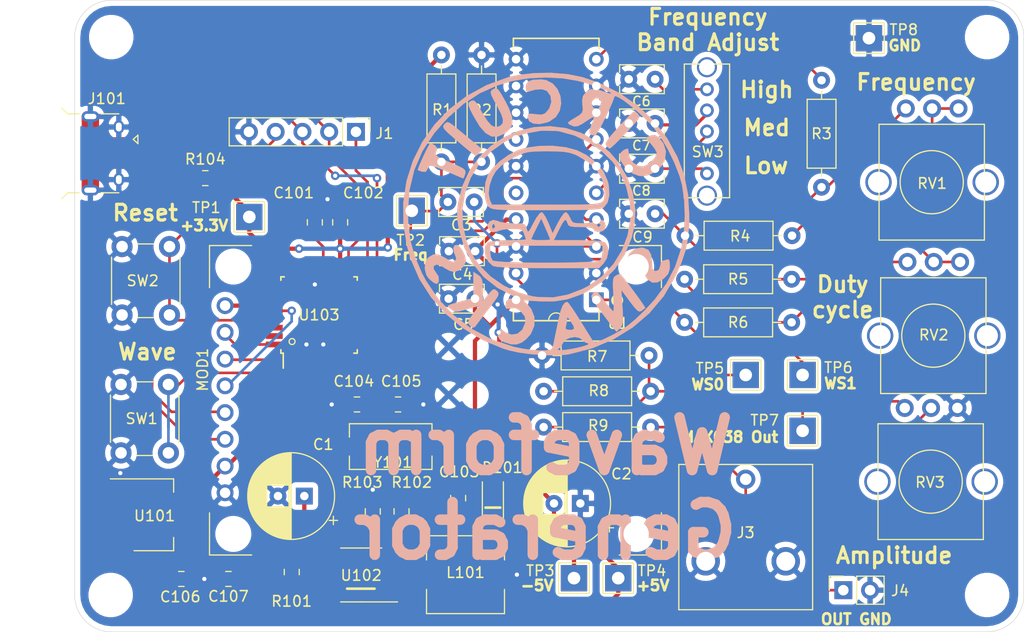
<source format=kicad_pcb>
(kicad_pcb (version 20171130) (host pcbnew "(5.1.2-1)-1")
  (layers (0 F.Cu signal) (31 B.Cu signal) (34 B.Paste user) (35 F.Paste user) (36 B.SilkS user) (37 F.SilkS user) (38 B.Mask user) (39 F.Mask user) (44 Edge.Cuts user))
  (net 0 "")
  (net 1 GND)
  (net 2 -5V)
  (net 3 +5V)
  (net 4 /SCK)
  (net 5 /MOSI)
  (net 6 /WS_0)
  (net 7 /WS_1)
  (net 8 /DC)
  (net 9 /CS)
  (net 10 "Net-(SW3-Pad2)")
  (net 11 /reset)
  (net 12 +3V3)
  (net 13 "Net-(R3-Pad2)")
  (net 14 "Net-(C8-Pad1)")
  (net 15 "Net-(C101-Pad1)")
  (net 16 "Net-(C103-Pad1)")
  (net 17 "Net-(C104-Pad2)")
  (net 18 "Net-(C105-Pad1)")
  (net 19 "Net-(R3-Pad1)")
  (net 20 "Net-(R101-Pad1)")
  (net 21 "Net-(R102-Pad1)")
  (net 22 /MISO)
  (net 23 /output)
  (net 24 /reset_lcd)
  (net 25 /switch_n)
  (net 26 /freq)
  (net 27 "Net-(C9-Pad1)")
  (net 28 "Net-(R5-Pad2)")
  (net 29 "Net-(R5-Pad1)")
  (net 30 "Net-(R7-Pad1)")
  (net 31 /MAX038_output)
  (net 32 "Net-(C6-Pad1)")
  (net 33 "Net-(C7-Pad1)")
  (net 34 "Net-(D101-Pad1)")
  (net 35 "Net-(U1-Pad13)")
  (net 36 "Net-(U1-Pad14)")
  (net 37 "Net-(J101-Pad2)")
  (net 38 "Net-(J101-Pad3)")
  (net 39 "Net-(J101-Pad4)")
  (net 40 "Net-(U1-Pad18)")
  (net 41 "Net-(U1-Pad16)")
  (net 42 "Net-(U1-Pad2)")
  (net 43 "Net-(U103-Pad13)")
  (net 44 "Net-(U103-Pad14)")
  (net 45 "Net-(U103-Pad19)")
  (net 46 "Net-(U103-Pad22)")
  (net 47 "Net-(U103-Pad23)")
  (net 48 "Net-(U103-Pad24)")
  (net 49 "Net-(U103-Pad25)")
  (net 50 "Net-(U103-Pad26)")
  (net 51 "Net-(U103-Pad27)")
  (net 52 "Net-(U103-Pad30)")
  (net 53 "Net-(U103-Pad31)")
  (module wavegenerator:Logog_4 (layer B.Cu) (at 90.1 63.19 180)
    (fp_text reference G*** hide)
    (fp_text value LOGO hide)
  )
  (module wavegenerator:MAX038CPP-W (layer F.Cu) (at 87.4 47.6 180)
    (fp_text reference U1 (at -9.7 -25.1) (layer F.SilkS))
    (fp_text value MAX038CPP hide)
    (pad 20 thru_hole circle (at 0 -22.86 180) (size 1.397 1.397) (drill 0.8128) (layers *.Cu *.Mask) (net 2 -5V))
    (pad 19 thru_hole circle (at 0 -20.32 180) (size 1.397 1.397) (drill 0.8128) (layers *.Cu *.Mask) (net 31 /MAX038_output))
    (pad 18 thru_hole circle (at 0 -17.78 180) (size 1.397 1.397) (drill 0.8128) (layers *.Cu *.Mask) (net 40 "Net-(U1-Pad18)"))
    (pad 17 thru_hole circle (at 0 -15.24 180) (size 1.397 1.397) (drill 0.8128) (layers *.Cu *.Mask) (net 3 +5V))
    (pad 16 thru_hole circle (at 0 -12.7 180) (size 1.397 1.397) (drill 0.8128) (layers *.Cu *.Mask) (net 41 "Net-(U1-Pad16)"))
    (pad 15 thru_hole circle (at 0 -10.16 180) (size 1.397 1.397) (drill 0.8128) (layers *.Cu *.Mask) (net 1 GND))
    (pad 14 thru_hole circle (at 0 -7.62 180) (size 1.397 1.397) (drill 0.8128) (layers *.Cu *.Mask) (net 36 "Net-(U1-Pad14)"))
    (pad 13 thru_hole circle (at 0 -5.08 180) (size 1.397 1.397) (drill 0.8128) (layers *.Cu *.Mask) (net 35 "Net-(U1-Pad13)"))
    (pad 12 thru_hole circle (at 0 -2.54 180) (size 1.397 1.397) (drill 0.8128) (layers *.Cu *.Mask) (net 1 GND))
    (pad 11 thru_hole circle (at 0 0 180) (size 1.397 1.397) (drill 0.8128) (layers *.Cu *.Mask) (net 1 GND))
    (pad 10 thru_hole circle (at -7.62 0 180) (size 1.397 1.397) (drill 0.8128) (layers *.Cu *.Mask) (net 19 "Net-(R3-Pad1)"))
    (pad 9 thru_hole circle (at -7.62 -2.54 180) (size 1.397 1.397) (drill 0.8128) (layers *.Cu *.Mask) (net 1 GND))
    (pad 8 thru_hole circle (at -7.62 -5.08 180) (size 1.397 1.397) (drill 0.8128) (layers *.Cu *.Mask) (net 1 GND))
    (pad 7 thru_hole circle (at -7.62 -7.62 180) (size 1.397 1.397) (drill 0.8128) (layers *.Cu *.Mask) (net 28 "Net-(R5-Pad2)"))
    (pad 6 thru_hole circle (at -7.62 -10.16 180) (size 1.397 1.397) (drill 0.8128) (layers *.Cu *.Mask) (net 1 GND))
    (pad 5 thru_hole circle (at -7.62 -12.7 180) (size 1.397 1.397) (drill 0.8128) (layers *.Cu *.Mask) (net 10 "Net-(SW3-Pad2)"))
    (pad 4 thru_hole circle (at -7.62 -15.24 180) (size 1.397 1.397) (drill 0.8128) (layers *.Cu *.Mask) (net 7 /WS_1))
    (pad 3 thru_hole circle (at -7.62 -17.78 180) (size 1.397 1.397) (drill 0.8128) (layers *.Cu *.Mask) (net 6 /WS_0))
    (pad 2 thru_hole circle (at -7.62 -20.32 180) (size 1.397 1.397) (drill 0.8128) (layers *.Cu *.Mask) (net 42 "Net-(U1-Pad2)"))
    (pad 1 thru_hole rect (at -7.62 -22.86 180) (size 1.397 1.397) (drill 0.8128) (layers *.Cu *.Mask) (net 27 "Net-(C9-Pad1)"))
  )
  (module wavegenerator:SP3T_OS103011MS8QP1 (layer F.Cu) (at 105.6 54.4 90)
    (fp_text reference SW3 (at -2 0 180) (layer F.SilkS))
    (fp_text value SP3T)
    (pad "" thru_hole circle (at 6.04 -0.08 90) (size 1.9 1.9) (drill 1.5) (layers *.Cu *.Mask))
    (pad 4 thru_hole circle (at 3.94 -0.08 90) (size 1.3 1.3) (drill 0.8) (layers *.Cu *.Mask) (net 32 "Net-(C6-Pad1)"))
    (pad 3 thru_hole circle (at 1.94 -0.08 90) (size 1.3 1.3) (drill 0.8) (layers *.Cu *.Mask) (net 33 "Net-(C7-Pad1)"))
    (pad 2 thru_hole circle (at -0.06 -0.08 90) (size 1.3 1.3) (drill 0.8) (layers *.Cu *.Mask) (net 10 "Net-(SW3-Pad2)"))
    (pad 1 thru_hole circle (at -4.06 -0.08 90) (size 1.3 1.3) (drill 0.762) (layers *.Cu *.Mask) (net 14 "Net-(C8-Pad1)"))
    (pad "" thru_hole circle (at -6.16 -0.08 90) (size 1.9 1.9) (drill 1.5) (layers *.Cu *.Mask))
  )
  (module wavegenerator:Potentiometer_PTV09A (layer F.Cu) (at 126.7968 87.7316 180)
    (fp_text reference RV3 (at 0.0968 -0.0684) (layer F.SilkS))
    (fp_text value 1k)
    (pad "" thru_hole circle (at 5.09 0 180) (size 2.5 2.5) (drill 2) (layers *.Cu *.Mask))
    (pad "" thru_hole circle (at -5.09 0 180) (size 2.5 2.5) (drill 2) (layers *.Cu *.Mask))
    (pad 3 thru_hole circle (at 2.5 7 180) (size 1.7 1.7) (drill 1) (layers *.Cu *.Mask) (net 31 /MAX038_output))
    (pad 2 thru_hole circle (at 0 7 180) (size 1.7 1.7) (drill 1) (layers *.Cu *.Mask) (net 30 "Net-(R7-Pad1)"))
    (pad 1 thru_hole circle (at -2.5 7 180) (size 1.7 1.7) (drill 1) (layers *.Cu *.Mask) (net 1 GND))
  )
  (module wavegenerator:Potentiometer_PTV09A (layer F.Cu) (at 127.0508 73.8632 180)
    (fp_text reference RV2 (at 0.0008 0.0632) (layer F.SilkS))
    (fp_text value 20k)
    (pad "" thru_hole circle (at 5.09 0 180) (size 2.5 2.5) (drill 2) (layers *.Cu *.Mask))
    (pad "" thru_hole circle (at -5.09 0 180) (size 2.5 2.5) (drill 2) (layers *.Cu *.Mask))
    (pad 3 thru_hole circle (at 2.5 7 180) (size 1.7 1.7) (drill 1) (layers *.Cu *.Mask) (net 29 "Net-(R5-Pad1)"))
    (pad 2 thru_hole circle (at 0 7 180) (size 1.7 1.7) (drill 1) (layers *.Cu *.Mask) (net 28 "Net-(R5-Pad2)"))
    (pad 1 thru_hole circle (at -2.5 7 180) (size 1.7 1.7) (drill 1) (layers *.Cu *.Mask) (net 28 "Net-(R5-Pad2)"))
  )
  (module wavegenerator:Potentiometer_PTV09A (layer F.Cu) (at 126.8984 59.2836 180)
    (fp_text reference RV1 (at 0 -0.1164) (layer F.SilkS))
    (fp_text value 1M)
    (pad "" thru_hole circle (at 5.09 0 180) (size 2.5 2.5) (drill 2) (layers *.Cu *.Mask))
    (pad "" thru_hole circle (at -5.09 0 180) (size 2.5 2.5) (drill 2) (layers *.Cu *.Mask))
    (pad 3 thru_hole circle (at 2.5 7 180) (size 1.7 1.7) (drill 1) (layers *.Cu *.Mask) (net 13 "Net-(R3-Pad2)"))
    (pad 2 thru_hole circle (at 0 7 180) (size 1.7 1.7) (drill 1) (layers *.Cu *.Mask) (net 27 "Net-(C9-Pad1)"))
    (pad 1 thru_hole circle (at -2.5 7 180) (size 1.7 1.7) (drill 1) (layers *.Cu *.Mask) (net 27 "Net-(C9-Pad1)"))
  )
  (module wavegenerator:TFT_LCD_ST7735 (layer F.Cu) (at 53.7 80 90)
    (fp_text reference MOD1 (at 2.9 3.95 90) (layer F.SilkS))
    (fp_text value TFT_LCD)
    (pad 8 thru_hole circle (at 8.99 6.08 90) (size 1.6 1.6) (drill 1) (layers *.Cu *.Mask) (net 12 +3V3))
    (pad 7 thru_hole circle (at 6.45 6.08 90) (size 1.6 1.6) (drill 1) (layers *.Cu *.Mask) (net 9 /CS))
    (pad 6 thru_hole circle (at 3.91 6.08 90) (size 1.6 1.6) (drill 1) (layers *.Cu *.Mask) (net 8 /DC))
    (pad 5 thru_hole circle (at 1.37 6.08 90) (size 1.6 1.6) (drill 1) (layers *.Cu *.Mask) (net 24 /reset_lcd))
    (pad 4 thru_hole circle (at -1.17 6.08 90) (size 1.6 1.6) (drill 1) (layers *.Cu *.Mask) (net 5 /MOSI))
    (pad 3 thru_hole circle (at -3.71 6.08 90) (size 1.6 1.6) (drill 1) (layers *.Cu *.Mask) (net 4 /SCK))
    (pad 2 thru_hole circle (at -6.25 6.08 90) (size 1.6 1.6) (drill 1) (layers *.Cu *.Mask) (net 12 +3V3))
    (pad "" np_thru_hole circle (at 12.7 45.1 90) (size 2.4 2.4) (drill 2.4) (layers *.Cu *.Mask))
    (pad "" np_thru_hole circle (at -12.7 45.1 90) (size 2.4 2.4) (drill 2.4) (layers *.Cu *.Mask))
    (pad "" np_thru_hole circle (at 12.7 6.86 90) (size 2.4 2.4) (drill 2.4) (layers *.Cu *.Mask))
    (pad "" np_thru_hole circle (at -12.7 6.86 90) (size 2.4 2.4) (drill 2.4) (layers *.Cu *.Mask))
    (pad 1 thru_hole circle (at -8.79 6.08 90) (size 1.6 1.6) (drill 1) (layers *.Cu *.Mask) (net 1 GND))
  )
  (module wavegenerator:BNC_connector_731000105 (layer F.Cu) (at 109.2 87.5)
    (fp_text reference J3 (at 0 5.08) (layer F.SilkS))
    (fp_text value Conn_Coaxial)
    (pad 1 thru_hole circle (at 0 0) (size 1.824 1.824) (drill 1.1) (layers *.Cu *.Mask) (net 23 /output))
    (pad 2 thru_hole circle (at 3.8 7.8) (size 2.7 2.7) (drill 1.8) (layers *.Cu *.Mask) (net 1 GND))
    (pad 2 thru_hole circle (at -3.8 7.8) (size 2.7 2.7) (drill 1.8) (layers *.Cu *.Mask) (net 1 GND))
  )
  (module wavegenerator:USB_Micro-B_Amphenol_10118194-0001LF_Horizontal (layer F.Cu) (at 46.99 56.5404 270)
    (fp_text reference J101 (at -5.1904 -1.56 180) (layer F.SilkS))
    (fp_text value USB_B_Micro)
    (pad 6 smd rect (at 2.9 0 270) (size 1.2 1.65) (layers F.Cu F.Paste F.Mask) (net 1 GND))
    (pad 6 smd rect (at -2.9 0 270) (size 1.2 1.65) (layers F.Cu F.Paste F.Mask) (net 1 GND))
    (pad 1 smd rect (at -1.325 -2.7) (size 1.65 0.4) (layers F.Cu F.Paste F.Mask) (net 3 +5V))
    (pad 2 smd rect (at -0.675 -2.7) (size 1.65 0.4) (layers F.Cu F.Paste F.Mask) (net 37 "Net-(J101-Pad2)"))
    (pad 3 smd rect (at -0.025 -2.7) (size 1.65 0.4) (layers F.Cu F.Paste F.Mask) (net 38 "Net-(J101-Pad3)"))
    (pad 4 smd rect (at 0.625 -2.7) (size 1.65 0.4) (layers F.Cu F.Paste F.Mask) (net 39 "Net-(J101-Pad4)"))
    (pad 5 smd rect (at 1.275 -2.7) (size 1.65 0.4) (layers F.Cu F.Paste F.Mask) (net 1 GND))
    (pad 6 thru_hole oval (at 2.5 -2.7 270) (size 1.25 0.95) (drill oval 0.85 0.55) (layers *.Cu *.Mask) (net 1 GND))
    (pad 6 thru_hole oval (at -3.5 0 270) (size 1 1.65) (drill oval 0.5 1.15) (layers *.Cu *.Mask) (net 1 GND))
    (pad 6 thru_hole oval (at 3.5 0 270) (size 1 1.65) (drill oval 0.5 1.16) (layers *.Cu *.Mask) (net 1 GND))
    (pad 6 smd rect (at -1 0 270) (size 1.5 1.65) (layers F.Cu F.Paste F.Mask) (net 1 GND))
    (pad 6 smd rect (at 1 0 270) (size 1.5 1.65) (layers F.Cu F.Paste F.Mask) (net 1 GND))
    (pad 6 thru_hole oval (at -2.5 -2.7 270) (size 1.25 0.95) (drill oval 0.85 0.55) (layers *.Cu *.Mask) (net 1 GND))
  )
  (module wavegenerator:01x05_pin_header (layer F.Cu) (at 72.2 54.5 270)
    (fp_text reference J1 (at 0.15 -2.7 180) (layer F.SilkS))
    (fp_text value 01x05)
    (pad 5 thru_hole oval (at 0 10.16 270) (size 1.7 1.7) (drill 1) (layers *.Cu *.Mask) (net 1 GND))
    (pad 4 thru_hole oval (at 0 7.62 270) (size 1.7 1.7) (drill 1) (layers *.Cu *.Mask) (net 11 /reset))
    (pad 3 thru_hole oval (at 0 5.08 270) (size 1.7 1.7) (drill 1) (layers *.Cu *.Mask) (net 5 /MOSI))
    (pad 2 thru_hole oval (at 0 2.54 270) (size 1.7 1.7) (drill 1) (layers *.Cu *.Mask) (net 4 /SCK))
    (pad 1 thru_hole rect (at 0 0 270) (size 1.7 1.7) (drill 1) (layers *.Cu *.Mask) (net 22 /MISO))
  )
  (module Capacitor_THT:CP_Radial_D8.0mm_P2.50mm (layer F.Cu) (at 93.5 89.8 180)
    (fp_text reference C2 (at -3.9 2.8) (layer F.SilkS))
    (fp_text value "220uF 10V")
    (pad 2 thru_hole circle (at 2.5 0 180) (size 1.6 1.6) (drill 0.8) (layers *.Cu *.Mask) (net 2 -5V))
    (pad 1 thru_hole rect (at 0 0 180) (size 1.6 1.6) (drill 0.8) (layers *.Cu *.Mask) (net 1 GND))
  )
  (module Capacitor_THT:CP_Radial_D8.0mm_P2.50mm (layer F.Cu) (at 67.3 89.1 180)
    (fp_text reference C1 (at -1.8 4.9) (layer F.SilkS))
    (fp_text value "220uF 10V")
    (pad 2 thru_hole circle (at 2.5 0 180) (size 1.6 1.6) (drill 0.8) (layers *.Cu *.Mask) (net 1 GND))
    (pad 1 thru_hole rect (at 0 0 180) (size 1.6 1.6) (drill 0.8) (layers *.Cu *.Mask) (net 3 +5V))
  )
  (module TestPoint:TestPoint_THTPad_2.5x2.5mm_Drill1.2mm (layer F.Cu) (at 114.6 77.6)
    (fp_text reference TP6 (at 3.4 -0.7) (layer F.SilkS))
    (fp_text value WS_1)
    (pad 1 thru_hole rect (at 0 0) (size 2.5 2.5) (drill 1.2) (layers *.Cu *.Mask) (net 7 /WS_1))
  )
  (module Resistor_THT:R_Axial_DIN0207_L6.3mm_D2.5mm_P10.16mm_Horizontal (layer F.Cu) (at 113.6 64.3636 180)
    (fp_text reference R4 (at 4.9276 -0.0508) (layer F.SilkS))
    (fp_text value "1.5M 1%")
    (pad 2 thru_hole oval (at 10.16 0 180) (size 1.6 1.6) (drill 0.8) (layers *.Cu *.Mask) (net 27 "Net-(C9-Pad1)"))
    (pad 1 thru_hole circle (at 0 0 180) (size 1.6 1.6) (drill 0.8) (layers *.Cu *.Mask) (net 13 "Net-(R3-Pad2)"))
  )
  (module Resistor_THT:R_Axial_DIN0207_L6.3mm_D2.5mm_P10.16mm_Horizontal (layer F.Cu) (at 100.0252 75.7428 180)
    (fp_text reference R7 (at 4.9276 -0.1016) (layer F.SilkS))
    (fp_text value 549)
    (pad 2 thru_hole oval (at 10.16 0 180) (size 1.6 1.6) (drill 0.8) (layers *.Cu *.Mask) (net 1 GND))
    (pad 1 thru_hole circle (at 0 0 180) (size 1.6 1.6) (drill 0.8) (layers *.Cu *.Mask) (net 30 "Net-(R7-Pad1)"))
  )
  (module Resistor_THT:R_Axial_DIN0207_L6.3mm_D2.5mm_P10.16mm_Horizontal (layer F.Cu) (at 90.0176 79.1464)
    (fp_text reference R8 (at 5.2324 -0.0508) (layer F.SilkS))
    (fp_text value 549)
    (pad 2 thru_hole oval (at 10.16 0) (size 1.6 1.6) (drill 0.8) (layers *.Cu *.Mask) (net 30 "Net-(R7-Pad1)"))
    (pad 1 thru_hole circle (at 0 0) (size 1.6 1.6) (drill 0.8) (layers *.Cu *.Mask) (net 31 /MAX038_output))
  )
  (module Resistor_THT:R_Axial_DIN0207_L6.3mm_D2.5mm_P10.16mm_Horizontal (layer F.Cu) (at 84.1248 57.3532 90)
    (fp_text reference R2 (at 4.9276 0 180) (layer F.SilkS))
    (fp_text value 182k)
    (pad 2 thru_hole oval (at 10.16 0 90) (size 1.6 1.6) (drill 0.8) (layers *.Cu *.Mask) (net 1 GND))
    (pad 1 thru_hole circle (at 0 0 90) (size 1.6 1.6) (drill 0.8) (layers *.Cu *.Mask) (net 26 /freq))
  )
  (module Resistor_THT:R_Axial_DIN0207_L6.3mm_D2.5mm_P10.16mm_Horizontal (layer F.Cu) (at 80.3148 47.1932 270)
    (fp_text reference R1 (at 5.2068 -0.0852 180) (layer F.SilkS))
    (fp_text value 182k)
    (pad 2 thru_hole oval (at 10.16 0 270) (size 1.6 1.6) (drill 0.8) (layers *.Cu *.Mask) (net 26 /freq))
    (pad 1 thru_hole circle (at 0 0 270) (size 1.6 1.6) (drill 0.8) (layers *.Cu *.Mask) (net 12 +3V3))
  )
  (module Capacitor_THT:C_Rect_L4.0mm_W2.5mm_P2.50mm (layer F.Cu) (at 80.9244 61.1632)
    (fp_text reference C3 (at 1.2756 2.1868) (layer F.SilkS))
    (fp_text value 4.7uF)
    (pad 2 thru_hole circle (at 2.5 0) (size 1.6 1.6) (drill 0.8) (layers *.Cu *.Mask) (net 31 /MAX038_output))
    (pad 1 thru_hole circle (at 0 0) (size 1.6 1.6) (drill 0.8) (layers *.Cu *.Mask) (net 26 /freq))
  )
  (module Resistor_THT:R_Axial_DIN0207_L6.3mm_D2.5mm_P10.16mm_Horizontal (layer F.Cu) (at 100.1776 82.55 180)
    (fp_text reference R9 (at 4.9784 0.1524) (layer F.SilkS))
    (fp_text value 549)
    (pad 2 thru_hole oval (at 10.16 0 180) (size 1.6 1.6) (drill 0.8) (layers *.Cu *.Mask) (net 30 "Net-(R7-Pad1)"))
    (pad 1 thru_hole circle (at 0 0 180) (size 1.6 1.6) (drill 0.8) (layers *.Cu *.Mask) (net 23 /output))
  )
  (module MountingHole:MountingHole_3.2mm_M3 (layer F.Cu) (at 48.97 98.5012)
    (fp_text reference H4 hide)
    (fp_text value 2.1mm)
    (pad "" np_thru_hole circle (at -0.052 0) (size 3.2 3.2) (drill 3.2) (layers *.Cu *.Mask))
  )
  (module MountingHole:MountingHole_3.2mm_M3 (layer F.Cu) (at 48.9712 45.5168)
    (fp_text reference H3 hide)
    (fp_text value 2.1mm)
    (pad "" np_thru_hole circle (at 0 -0.0168) (size 3.2 3.2) (drill 3.2) (layers *.Cu *.Mask))
  )
  (module MountingHole:MountingHole_3.2mm_M3 (layer F.Cu) (at 132.1148 98.5)
    (fp_text reference H2 hide)
    (fp_text value 2.1mm)
    (pad 1 np_thru_hole circle (at 0 0) (size 3.2 3.2) (drill 3.2) (layers *.Cu *.Mask))
  )
  (module MountingHole:MountingHole_3.2mm_M3 (layer F.Cu) (at 132.1148 45.5)
    (fp_text reference H1 hide)
    (fp_text value 2.1mm)
    (pad "" np_thru_hole circle (at 0 0) (size 3.2 3.2) (drill 3.2) (layers *.Cu *.Mask))
  )
  (module TestPoint:TestPoint_THTPad_2.5x2.5mm_Drill1.2mm (layer F.Cu) (at 114.6 82.9)
    (fp_text reference TP7 (at -3.6 -1) (layer F.SilkS))
    (fp_text value "MAX038 Out")
    (pad 1 thru_hole rect (at 0 0) (size 2.5 2.5) (drill 1.2) (layers *.Cu *.Mask) (net 31 /MAX038_output))
  )
  (module TestPoint:TestPoint_THTPad_2.5x2.5mm_Drill1.2mm (layer F.Cu) (at 77.5 62)
    (fp_text reference TP2 (at -0.1 2.8) (layer F.SilkS))
    (fp_text value freq)
    (pad 1 thru_hole rect (at 0 0) (size 2.5 2.5) (drill 1.2) (layers *.Cu *.Mask) (net 26 /freq))
  )
  (module TestPoint:TestPoint_THTPad_2.5x2.5mm_Drill1.2mm (layer F.Cu) (at 109.2 77.6 180)
    (fp_text reference TP5 (at 3.4 0.6368) (layer F.SilkS))
    (fp_text value WS_0)
    (pad 1 thru_hole rect (at 0 0 180) (size 2.5 2.5) (drill 1.2) (layers *.Cu *.Mask) (net 6 /WS_0))
  )
  (module Capacitor_THT:C_Rect_L4.0mm_W2.5mm_P2.50mm (layer F.Cu) (at 83.5 70.35 180)
    (fp_text reference C5 (at 1.1 -2.45) (layer F.SilkS))
    (fp_text value 1uF)
    (pad 2 thru_hole circle (at 2.5 0 180) (size 1.6 1.6) (drill 0.8) (layers *.Cu *.Mask) (net 1 GND))
    (pad 1 thru_hole circle (at 0 0 180) (size 1.6 1.6) (drill 0.8) (layers *.Cu *.Mask) (net 2 -5V))
  )
  (module Capacitor_THT:C_Rect_L4.0mm_W2.5mm_P2.50mm (layer F.Cu) (at 83.5152 65.8368 180)
    (fp_text reference C4 (at 1.2152 -2.2132) (layer F.SilkS))
    (fp_text value 1uF)
    (pad 2 thru_hole circle (at 2.5 0 180) (size 1.6 1.6) (drill 0.8) (layers *.Cu *.Mask) (net 1 GND))
    (pad 1 thru_hole circle (at 0 0 180) (size 1.6 1.6) (drill 0.8) (layers *.Cu *.Mask) (net 3 +5V))
  )
  (module Crystal:Crystal_SMD_ECS_CSM3X-2Pin_7.6x4.1mm (layer F.Cu) (at 75.5 84.4 180)
    (fp_text reference Y101 (at -0.2 -1.5) (layer F.SilkS))
    (fp_text value 16MHz)
    (pad 2 smd rect (at 2.75 0 180) (size 3.5 1.2) (layers F.Cu F.Paste F.Mask) (net 17 "Net-(C104-Pad2)"))
    (pad 1 smd rect (at -2.75 0 180) (size 3.5 1.2) (layers F.Cu F.Paste F.Mask) (net 18 "Net-(C105-Pad1)"))
  )
  (module Inductor_SMD:L_7.3x7.3_H3.5 (layer F.Cu) (at 82.6008 96.5708)
    (fp_text reference L101 (at 0 -0.2) (layer F.SilkS))
    (fp_text value 82uH)
    (pad 2 smd rect (at 3.2 0) (size 1.5 2.2) (layers F.Cu F.Paste F.Mask) (net 1 GND))
    (pad 1 smd rect (at -3.2 0) (size 1.5 2.2) (layers F.Cu F.Paste F.Mask) (net 34 "Net-(D101-Pad1)"))
  )
  (module Diode_SMD:D_SOD-123 (layer F.Cu) (at 85.2 89.4 90)
    (fp_text reference D101 (at 3 0.9 180) (layer F.SilkS))
    (fp_text value 1N5819)
    (pad 2 smd rect (at 1.65 0 90) (size 0.9 1.2) (layers F.Cu F.Paste F.Mask) (net 2 -5V))
    (pad 1 smd rect (at -1.65 0 90) (size 0.9 1.2) (layers F.Cu F.Paste F.Mask) (net 34 "Net-(D101-Pad1)"))
  )
  (module Resistor_SMD:R_0805_2012Metric (layer F.Cu) (at 73.8 90.56 90)
    (fp_text reference R103 (at 2.76 -1 180) (layer F.SilkS))
    (fp_text value "10k 1%")
    (pad 2 smd roundrect (at 0.9375 0 90) (size 0.975 1.4) (layers F.Cu F.Paste F.Mask) (net 1 GND))
    (pad 1 smd roundrect (at -0.9375 0 90) (size 0.975 1.4) (layers F.Cu F.Paste F.Mask) (net 21 "Net-(R102-Pad1)"))
  )
  (module Resistor_SMD:R_0805_2012Metric (layer F.Cu) (at 76.5284 90.56 90)
    (fp_text reference R102 (at 2.76 0.9716 180) (layer F.SilkS))
    (fp_text value "3.32k 1%")
    (pad 2 smd roundrect (at 0.9375 0 90) (size 0.975 1.4) (layers F.Cu F.Paste F.Mask) (net 2 -5V))
    (pad 1 smd roundrect (at -0.9375 0 90) (size 0.975 1.4) (layers F.Cu F.Paste F.Mask) (net 21 "Net-(R102-Pad1)"))
  )
  (module Capacitor_SMD:C_0805_2012Metric (layer F.Cu) (at 60.0964 96.9772 180)
    (fp_text reference C107 (at 0 -1.65) (layer F.SilkS))
    (fp_text value 1uF)
    (pad 2 smd roundrect (at 0.9375 0 180) (size 0.975 1.4) (layers F.Cu F.Paste F.Mask) (net 1 GND))
    (pad 1 smd roundrect (at -0.9375 0 180) (size 0.975 1.4) (layers F.Cu F.Paste F.Mask) (net 12 +3V3))
  )
  (module Capacitor_SMD:C_0805_2012Metric (layer F.Cu) (at 55.626 96.9772)
    (fp_text reference C106 (at -0.1 1.7) (layer F.SilkS))
    (fp_text value 1uF)
    (pad 2 smd roundrect (at 0.9375 0) (size 0.975 1.4) (layers F.Cu F.Paste F.Mask) (net 1 GND))
    (pad 1 smd roundrect (at -0.9375 0) (size 0.975 1.4) (layers F.Cu F.Paste F.Mask) (net 3 +5V))
  )
  (module Capacitor_THT:C_Rect_L4.0mm_W2.5mm_P2.50mm (layer F.Cu) (at 100.6 62.2808 180)
    (fp_text reference C9 (at 1.2 -2.2192) (layer F.SilkS))
    (fp_text value 1uF)
    (pad 2 thru_hole circle (at 2.5 0 180) (size 1.6 1.6) (drill 0.8) (layers *.Cu *.Mask) (net 1 GND))
    (pad 1 thru_hole circle (at 0 0 180) (size 1.6 1.6) (drill 0.8) (layers *.Cu *.Mask) (net 27 "Net-(C9-Pad1)"))
  )
  (module Capacitor_THT:C_Rect_L4.0mm_W2.5mm_P2.50mm (layer F.Cu) (at 100.6 49.5 180)
    (fp_text reference C6 (at 1.3 -2.1) (layer F.SilkS) (effects (font (size 0.9 0.9))))
    (fp_text value 470pF)
    (pad 2 thru_hole circle (at 2.5 0 180) (size 1.6 1.6) (drill 0.8) (layers *.Cu *.Mask) (net 1 GND))
    (pad 1 thru_hole circle (at 0 0 180) (size 1.6 1.6) (drill 0.8) (layers *.Cu *.Mask) (net 32 "Net-(C6-Pad1)"))
  )
  (module Capacitor_THT:C_Rect_L4.0mm_W2.5mm_P2.50mm (layer F.Cu) (at 100.6 53.7 180)
    (fp_text reference C7 (at 1.3 -2.1) (layer F.SilkS) (effects (font (size 0.9 0.9))))
    (fp_text value 47nF)
    (pad 2 thru_hole circle (at 2.5 0 180) (size 1.6 1.6) (drill 0.8) (layers *.Cu *.Mask) (net 1 GND))
    (pad 1 thru_hole circle (at 0 0 180) (size 1.6 1.6) (drill 0.8) (layers *.Cu *.Mask) (net 33 "Net-(C7-Pad1)"))
  )
  (module Capacitor_THT:C_Rect_L4.0mm_W2.5mm_P2.50mm (layer F.Cu) (at 100.6 58 180)
    (fp_text reference C8 (at 1.3 -2.1) (layer F.SilkS) (effects (font (size 0.9 0.9))))
    (fp_text value 4.7uF)
    (pad 2 thru_hole circle (at 2.5 0 180) (size 1.6 1.6) (drill 0.8) (layers *.Cu *.Mask) (net 1 GND))
    (pad 1 thru_hole circle (at 0 0 180) (size 1.6 1.6) (drill 0.8) (layers *.Cu *.Mask) (net 14 "Net-(C8-Pad1)"))
  )
  (module Capacitor_SMD:C_0805_2012Metric (layer F.Cu) (at 68.3 63.1 90)
    (fp_text reference C101 (at 2.8 -2 180) (layer F.SilkS))
    (fp_text value 100nF)
    (pad 2 smd roundrect (at 0.9375 0 90) (size 0.975 1.4) (layers F.Cu F.Paste F.Mask) (net 1 GND))
    (pad 1 smd roundrect (at -0.9375 0 90) (size 0.975 1.4) (layers F.Cu F.Paste F.Mask) (net 15 "Net-(C101-Pad1)"))
  )
  (module Resistor_SMD:R_0805_2012Metric (layer F.Cu) (at 66.1052 96.3208 90)
    (fp_text reference R101 (at -2.7792 -0.0052 180) (layer F.SilkS))
    (fp_text value 1.5)
    (pad 2 smd roundrect (at 0.9375 0 90) (size 0.975 1.4) (layers F.Cu F.Paste F.Mask) (net 3 +5V))
    (pad 1 smd roundrect (at -0.9375 0 90) (size 0.975 1.4) (layers F.Cu F.Paste F.Mask) (net 20 "Net-(R101-Pad1)"))
  )
  (module Resistor_SMD:R_0805_2012Metric (layer F.Cu) (at 57.9 58.9 180)
    (fp_text reference R104 (at 0 1.8) (layer F.SilkS))
    (fp_text value 10k)
    (pad 2 smd roundrect (at 0.9375 0 180) (size 0.975 1.4) (layers F.Cu F.Paste F.Mask) (net 11 /reset))
    (pad 1 smd roundrect (at -0.9375 0 180) (size 0.975 1.4) (layers F.Cu F.Paste F.Mask) (net 12 +3V3))
  )
  (module Capacitor_SMD:C_0805_2012Metric (layer F.Cu) (at 81.9 89.3 90)
    (fp_text reference C103 (at 2.5 0.1 180) (layer F.SilkS))
    (fp_text value 560pF)
    (pad 2 smd roundrect (at 0.9375 0 90) (size 0.975 1.4) (layers F.Cu F.Paste F.Mask) (net 2 -5V))
    (pad 1 smd roundrect (at -0.9375 0 90) (size 0.975 1.4) (layers F.Cu F.Paste F.Mask) (net 16 "Net-(C103-Pad1)"))
  )
  (module Capacitor_SMD:C_0805_2012Metric (layer F.Cu) (at 76.2 80.4)
    (fp_text reference C105 (at 0.3 -2.2) (layer F.SilkS))
    (fp_text value 12pF)
    (pad 2 smd roundrect (at 0.9375 0) (size 0.975 1.4) (layers F.Cu F.Paste F.Mask) (net 1 GND))
    (pad 1 smd roundrect (at -0.9375 0) (size 0.975 1.4) (layers F.Cu F.Paste F.Mask) (net 18 "Net-(C105-Pad1)"))
  )
  (module Capacitor_SMD:C_0805_2012Metric (layer F.Cu) (at 72.3 80.4)
    (fp_text reference C104 (at -0.3 -2.2) (layer F.SilkS))
    (fp_text value 12pF)
    (pad 2 smd roundrect (at 0.9375 0) (size 0.975 1.4) (layers F.Cu F.Paste F.Mask) (net 17 "Net-(C104-Pad2)"))
    (pad 1 smd roundrect (at -0.9375 0) (size 0.975 1.4) (layers F.Cu F.Paste F.Mask) (net 1 GND))
  )
  (module Capacitor_SMD:C_0805_2012Metric (layer F.Cu) (at 70.7 63.1 270)
    (fp_text reference C102 (at -2.8 -2.2 180) (layer F.SilkS))
    (fp_text value 100nF)
    (pad 2 smd roundrect (at 0.9375 0 270) (size 0.975 1.4) (layers F.Cu F.Paste F.Mask) (net 12 +3V3))
    (pad 1 smd roundrect (at -0.9375 0 270) (size 0.975 1.4) (layers F.Cu F.Paste F.Mask) (net 1 GND))
  )
  (module Package_TO_SOT_SMD:SOT-223-3_TabPin2 (layer F.Cu) (at 52.9844 90.8812)
    (fp_text reference U101 (at 0.1 0.1) (layer F.SilkS))
    (fp_text value AZ1117E-3.3)
    (pad 1 smd rect (at -3.15 -2.3) (size 2 1.5) (layers F.Cu F.Paste F.Mask) (net 1 GND))
    (pad 3 smd rect (at -3.15 2.3) (size 2 1.5) (layers F.Cu F.Paste F.Mask) (net 3 +5V))
    (pad 2 smd rect (at -3.15 0) (size 2 1.5) (layers F.Cu F.Paste F.Mask) (net 12 +3V3))
    (pad 2 smd rect (at 3.15 0) (size 2 3.8) (layers F.Cu F.Paste F.Mask) (net 12 +3V3))
  )
  (module Resistor_THT:R_Axial_DIN0207_L6.3mm_D2.5mm_P10.16mm_Horizontal (layer F.Cu) (at 103.4 72.6)
    (fp_text reference R6 hide)
    (fp_text value "549 1%" hide)
    (fp_text user %R (at 5.08 0 180) (layer F.SilkS))
    (pad 2 thru_hole oval (at 10.16 0) (size 1.6 1.6) (drill 0.8) (layers *.Cu *.Mask) (net 29 "Net-(R5-Pad1)"))
    (pad 1 thru_hole circle (at 0 0) (size 1.6 1.6) (drill 0.8) (layers *.Cu *.Mask) (net 27 "Net-(C9-Pad1)"))
  )
  (module Package_SO:SOIC-8_3.9x4.9mm_P1.27mm (layer F.Cu) (at 72.7 96.6 180)
    (fp_text reference U102 (at 0 -0.04) (layer F.SilkS))
    (fp_text value MC33063AD)
    (pad 1 smd roundrect (at -2.475 -1.905 180) (size 1.95 0.6) (layers F.Cu F.Paste F.Mask) (net 20 "Net-(R101-Pad1)"))
    (pad 2 smd roundrect (at -2.475 -0.635 180) (size 1.95 0.6) (layers F.Cu F.Paste F.Mask) (net 34 "Net-(D101-Pad1)"))
    (pad 3 smd roundrect (at -2.475 0.635 180) (size 1.95 0.6) (layers F.Cu F.Paste F.Mask) (net 16 "Net-(C103-Pad1)"))
    (pad 4 smd roundrect (at -2.475 1.905 180) (size 1.95 0.6) (layers F.Cu F.Paste F.Mask) (net 2 -5V))
    (pad 5 smd roundrect (at 2.475 1.905 180) (size 1.95 0.6) (layers F.Cu F.Paste F.Mask) (net 21 "Net-(R102-Pad1)"))
    (pad 6 smd roundrect (at 2.475 0.635 180) (size 1.95 0.6) (layers F.Cu F.Paste F.Mask) (net 3 +5V))
    (pad 7 smd roundrect (at 2.475 -0.635 180) (size 1.95 0.6) (layers F.Cu F.Paste F.Mask) (net 20 "Net-(R101-Pad1)"))
    (pad 8 smd roundrect (at 2.475 -1.905 180) (size 1.95 0.6) (layers F.Cu F.Paste F.Mask) (net 20 "Net-(R101-Pad1)"))
  )
  (module TestPoint:TestPoint_THTPad_2.5x2.5mm_Drill1.2mm (layer F.Cu) (at 120.9 45.6)
    (fp_text reference TP8 (at 3.3 -0.8) (layer F.SilkS))
    (fp_text value GND)
    (pad 1 thru_hole rect (at 0 0) (size 2.5 2.5) (drill 1.2) (layers *.Cu *.Mask) (net 1 GND))
  )
  (module TestPoint:TestPoint_THTPad_2.5x2.5mm_Drill1.2mm (layer F.Cu) (at 92.9 96.9)
    (fp_text reference TP3 (at -3.2 -0.7) (layer F.SilkS))
    (fp_text value -5V)
    (pad 1 thru_hole rect (at 0 0) (size 2.5 2.5) (drill 1.2) (layers *.Cu *.Mask) (net 2 -5V))
  )
  (module TestPoint:TestPoint_THTPad_2.5x2.5mm_Drill1.2mm (layer F.Cu) (at 97.1 96.9)
    (fp_text reference TP4 (at 3.2 -0.7) (layer F.SilkS))
    (fp_text value "+5 V")
    (pad 1 thru_hole rect (at 0 0) (size 2.5 2.5) (drill 1.2) (layers *.Cu *.Mask) (net 3 +5V))
  )
  (module TestPoint:TestPoint_THTPad_2.5x2.5mm_Drill1.2mm (layer F.Cu) (at 62.0776 62.5856)
    (fp_text reference TP1 (at -4.0776 -0.8856) (layer F.SilkS))
    (fp_text value "3.3 V")
    (pad 1 thru_hole rect (at 0 0) (size 2.5 2.5) (drill 1.2) (layers *.Cu *.Mask) (net 12 +3V3))
  )
  (module Connector_PinSocket_2.54mm:PinSocket_1x02_P2.54mm_Vertical (layer F.Cu) (at 118.4656 98.044 90)
    (fp_text reference J4 (at -0.0508 5.3848 180) (layer F.SilkS))
    (fp_text value 1x2Pinheader)
    (pad 2 thru_hole oval (at 0 2.54 90) (size 1.7 1.7) (drill 1) (layers *.Cu *.Mask) (net 1 GND))
    (pad 1 thru_hole rect (at 0 0 90) (size 1.7 1.7) (drill 1) (layers *.Cu *.Mask) (net 23 /output))
  )
  (module Package_QFP:TQFP-32_7x7mm_P0.8mm (layer F.Cu) (at 68.7 71.9 90)
    (fp_text reference U103 (at 0 0 180) (layer F.SilkS))
    (fp_text value ATmega328P-AU)
    (pad 1 smd rect (at -4.25 -2.8 90) (size 1.6 0.55) (layers F.Cu F.Paste F.Mask) (net 8 /DC))
    (pad 2 smd rect (at -4.25 -2 90) (size 1.6 0.55) (layers F.Cu F.Paste F.Mask) (net 25 /switch_n))
    (pad 3 smd rect (at -4.25 -1.2 90) (size 1.6 0.55) (layers F.Cu F.Paste F.Mask) (net 1 GND))
    (pad 4 smd rect (at -4.25 -0.4 90) (size 1.6 0.55) (layers F.Cu F.Paste F.Mask) (net 12 +3V3))
    (pad 5 smd rect (at -4.25 0.4 90) (size 1.6 0.55) (layers F.Cu F.Paste F.Mask) (net 1 GND))
    (pad 6 smd rect (at -4.25 1.2 90) (size 1.6 0.55) (layers F.Cu F.Paste F.Mask) (net 12 +3V3))
    (pad 7 smd rect (at -4.25 2 90) (size 1.6 0.55) (layers F.Cu F.Paste F.Mask) (net 17 "Net-(C104-Pad2)"))
    (pad 8 smd rect (at -4.25 2.8 90) (size 1.6 0.55) (layers F.Cu F.Paste F.Mask) (net 18 "Net-(C105-Pad1)"))
    (pad 9 smd rect (at -2.8 4.25 180) (size 1.6 0.55) (layers F.Cu F.Paste F.Mask) (net 26 /freq))
    (pad 10 smd rect (at -2 4.25 180) (size 1.6 0.55) (layers F.Cu F.Paste F.Mask) (net 6 /WS_0))
    (pad 11 smd rect (at -1.2 4.25 180) (size 1.6 0.55) (layers F.Cu F.Paste F.Mask) (net 7 /WS_1))
    (pad 12 smd rect (at -0.4 4.25 180) (size 1.6 0.55) (layers F.Cu F.Paste F.Mask) (net 26 /freq))
    (pad 13 smd rect (at 0.4 4.25 180) (size 1.6 0.55) (layers F.Cu F.Paste F.Mask) (net 43 "Net-(U103-Pad13)"))
    (pad 14 smd rect (at 1.2 4.25 180) (size 1.6 0.55) (layers F.Cu F.Paste F.Mask) (net 44 "Net-(U103-Pad14)"))
    (pad 15 smd rect (at 2 4.25 180) (size 1.6 0.55) (layers F.Cu F.Paste F.Mask) (net 5 /MOSI))
    (pad 16 smd rect (at 2.8 4.25 180) (size 1.6 0.55) (layers F.Cu F.Paste F.Mask) (net 22 /MISO))
    (pad 17 smd rect (at 4.25 2.8 90) (size 1.6 0.55) (layers F.Cu F.Paste F.Mask) (net 4 /SCK))
    (pad 18 smd rect (at 4.25 2 90) (size 1.6 0.55) (layers F.Cu F.Paste F.Mask) (net 12 +3V3))
    (pad 19 smd rect (at 4.25 1.2 90) (size 1.6 0.55) (layers F.Cu F.Paste F.Mask) (net 45 "Net-(U103-Pad19)"))
    (pad 20 smd rect (at 4.25 0.4 90) (size 1.6 0.55) (layers F.Cu F.Paste F.Mask) (net 15 "Net-(C101-Pad1)"))
    (pad 21 smd rect (at 4.25 -0.4 90) (size 1.6 0.55) (layers F.Cu F.Paste F.Mask) (net 1 GND))
    (pad 22 smd rect (at 4.25 -1.2 90) (size 1.6 0.55) (layers F.Cu F.Paste F.Mask) (net 46 "Net-(U103-Pad22)"))
    (pad 23 smd rect (at 4.25 -2 90) (size 1.6 0.55) (layers F.Cu F.Paste F.Mask) (net 47 "Net-(U103-Pad23)"))
    (pad 24 smd rect (at 4.25 -2.8 90) (size 1.6 0.55) (layers F.Cu F.Paste F.Mask) (net 48 "Net-(U103-Pad24)"))
    (pad 25 smd rect (at 2.8 -4.25 180) (size 1.6 0.55) (layers F.Cu F.Paste F.Mask) (net 49 "Net-(U103-Pad25)"))
    (pad 26 smd rect (at 2 -4.25 180) (size 1.6 0.55) (layers F.Cu F.Paste F.Mask) (net 50 "Net-(U103-Pad26)"))
    (pad 27 smd rect (at 1.2 -4.25 180) (size 1.6 0.55) (layers F.Cu F.Paste F.Mask) (net 51 "Net-(U103-Pad27)"))
    (pad 28 smd rect (at 0.4 -4.25 180) (size 1.6 0.55) (layers F.Cu F.Paste F.Mask) (net 24 /reset_lcd))
    (pad 29 smd rect (at -0.4 -4.25 180) (size 1.6 0.55) (layers F.Cu F.Paste F.Mask) (net 11 /reset))
    (pad 30 smd rect (at -1.2 -4.25 180) (size 1.6 0.55) (layers F.Cu F.Paste F.Mask) (net 52 "Net-(U103-Pad30)"))
    (pad 31 smd rect (at -2 -4.25 180) (size 1.6 0.55) (layers F.Cu F.Paste F.Mask) (net 53 "Net-(U103-Pad31)"))
    (pad 32 smd rect (at -2.8 -4.25 180) (size 1.6 0.55) (layers F.Cu F.Paste F.Mask) (net 9 /CS))
  )
  (module Resistor_THT:R_Axial_DIN0207_L6.3mm_D2.5mm_P10.16mm_Horizontal (layer F.Cu) (at 103.4 68.5)
    (fp_text reference R5 (at 5.08 0) (layer F.SilkS))
    (fp_text value "182k 1%" hide)
    (pad 1 thru_hole circle (at 0 0) (size 1.6 1.6) (drill 0.8) (layers *.Cu *.Mask) (net 29 "Net-(R5-Pad1)"))
    (pad 2 thru_hole oval (at 10.16 0) (size 1.6 1.6) (drill 0.8) (layers *.Cu *.Mask) (net 28 "Net-(R5-Pad2)"))
  )
  (module Button_Switch_THT:SW_PUSH_6mm (layer F.Cu) (at 54.5 65.4 270)
    (fp_text reference SW2 (at 3.25 2.54 180) (layer F.SilkS))
    (fp_text value button)
    (pad 1 thru_hole circle (at 6.5 0) (size 2 2) (drill 1.1) (layers *.Cu *.Mask) (net 11 /reset))
    (pad 2 thru_hole circle (at 6.5 4.5) (size 2 2) (drill 1.1) (layers *.Cu *.Mask) (net 1 GND))
    (pad 1 thru_hole circle (at 0 0) (size 2 2) (drill 1.1) (layers *.Cu *.Mask) (net 11 /reset))
    (pad 2 thru_hole circle (at 0 4.5) (size 2 2) (drill 1.1) (layers *.Cu *.Mask) (net 1 GND))
  )
  (module Resistor_THT:R_Axial_DIN0207_L6.3mm_D2.5mm_P10.16mm_Horizontal (layer F.Cu) (at 116.4 49.6 270)
    (fp_text reference R3 hide)
    (fp_text value "4.87k 1%" hide)
    (fp_text user %R (at 5.08 0 180) (layer F.SilkS))
    (pad 1 thru_hole circle (at 0 0 270) (size 1.6 1.6) (drill 0.8) (layers *.Cu *.Mask) (net 19 "Net-(R3-Pad1)"))
    (pad 2 thru_hole oval (at 10.16 0 270) (size 1.6 1.6) (drill 0.8) (layers *.Cu *.Mask) (net 13 "Net-(R3-Pad2)"))
  )
  (module Button_Switch_THT:SW_PUSH_6mm (layer F.Cu) (at 54.4 78.5 270)
    (fp_text reference SW1 (at 3.25 2.54 180) (layer F.SilkS))
    (fp_text value button)
    (pad 2 thru_hole circle (at 0 4.5) (size 2 2) (drill 1.1) (layers *.Cu *.Mask) (net 1 GND))
    (pad 1 thru_hole circle (at 0 0) (size 2 2) (drill 1.1) (layers *.Cu *.Mask) (net 25 /switch_n))
    (pad 2 thru_hole circle (at 6.5 4.5) (size 2 2) (drill 1.1) (layers *.Cu *.Mask) (net 1 GND))
    (pad 1 thru_hole circle (at 6.5 0) (size 2 2) (drill 1.1) (layers *.Cu *.Mask) (net 25 /switch_n))
  )
  (gr_text " Waveform \nGenerator" (at 90.18 88.39) (layer B.SilkS) (effects (font (size 5 5) (thickness 1)) (justify mirror)))
  (gr_line (start 84.5 90.2) (end 85.9 90.2) (layer F.SilkS) (width 0.25))
  (gr_text WS1 (at 118.2 78.4) (layer F.SilkS) (effects (font (size 1 1) (thickness 0.25))))
  (gr_arc (start 132.1 98.5) (end 132.114799 101.999999) (angle -89.75772215) (layer Edge.Cuts) (width 0.05))
  (gr_arc (start 132.1 45.5) (end 135.599999 45.432401) (angle -88.65123267) (layer Edge.Cuts) (width 0.05))
  (gr_text "OUT GND" (at 119.7 100.8) (layer F.SilkS) (effects (font (size 1 1) (thickness 0.25))))
  (gr_circle (center 97 70.5) (end 97.447214 70.5) (layer F.SilkS) (width 0.25))
  (gr_arc (start 91.2 72.4) (end 91.9 72.4) (angle -180) (layer F.SilkS) (width 0.12))
  (gr_text Freq (at 77.4 66.2) (layer F.SilkS) (effects (font (size 1 1) (thickness 0.25))))
  (gr_text "WS0\n" (at 105.6 78.5) (layer F.SilkS) (effects (font (size 1 1) (thickness 0.25))))
  (gr_text "MAX038 Out" (at 107.7 83.5) (layer F.SilkS) (effects (font (size 1 1) (thickness 0.25))))
  (gr_arc (start 49 98.5) (end 45.5 98.5) (angle -88.65788726) (layer Edge.Cuts) (width 0.05))
  (gr_arc (start 49 45.5) (end 48.970001 42.000001) (angle -89.67260713) (layer Edge.Cuts) (width 0.05))
  (gr_line (start 71.363 97.9) (end 73.9665 97.9) (layer F.SilkS) (width 0.25))
  (gr_circle (center 66.13702 74.422) (end 66.39102 74.549) (layer F.SilkS) (width 0.12))
  (gr_text -5V (at 89.4 97.6) (layer F.SilkS) (effects (font (size 1 1) (thickness 0.25))))
  (gr_text GND (at 124.3 46.3) (layer F.SilkS) (effects (font (size 1 1) (thickness 0.25))))
  (gr_text "Frequency\nBand Adjust\n" (at 105.6 44.8) (layer F.SilkS) (effects (font (size 1.5 1.5) (thickness 0.3))))
  (gr_text Low (at 111.1344 57.7088) (layer F.SilkS) (effects (font (size 1.5 1.5) (thickness 0.3))))
  (gr_text Med (at 111.2 54.1) (layer F.SilkS) (effects (font (size 1.5 1.5) (thickness 0.3))))
  (gr_text High (at 111.2 50.4952) (layer F.SilkS) (effects (font (size 1.5 1.5) (thickness 0.3))))
  (gr_text Amplitude (at 123.2916 94.742) (layer F.SilkS) (effects (font (size 1.5 1.5) (thickness 0.3))))
  (gr_text "Duty\ncycle\n" (at 118.4 70.2) (layer F.SilkS) (effects (font (size 1.5 1.5) (thickness 0.3))))
  (gr_text Frequency (at 125.3744 49.784) (layer F.SilkS) (effects (font (size 1.5 1.5) (thickness 0.3))))
  (gr_text Wave (at 52.4 75.4) (layer F.SilkS) (effects (font (size 1.5 1.5) (thickness 0.3))))
  (gr_text Reset (at 52.2 62.2) (layer F.SilkS) (effects (font (size 1.5 1.5) (thickness 0.3))))
  (gr_text "+3.3V\n" (at 57.8 63.4) (layer F.SilkS) (effects (font (size 1 1) (thickness 0.25))))
  (gr_text "+5V\n" (at 100.4 97.6) (layer F.SilkS) (effects (font (size 1 1) (thickness 0.25))))
  (gr_line (start 135.6 45.4324) (end 135.6 98.5) (layer Edge.Cuts) (width 0.05))
  (gr_line (start 48.918 102) (end 132.1148 102) (layer Edge.Cuts) (width 0.05))
  (gr_line (start 45.5 45.51) (end 45.5 98.5) (layer Edge.Cuts) (width 0.05))
  (gr_line (start 132.1148 42) (end 48.97 42) (layer Edge.Cuts) (width 0.05))
  (via (at 69.9 80.4) (size 0.8) (drill 0.4) (layers F.Cu B.Cu) (net 1))
  (segment (start 71.0625 80.4) (end 69.9 80.4) (width 0.25) (layer F.Cu) (net 1))
  (segment (start 77.1375 80.4) (end 77.725 80.4) (width 0.25) (layer F.Cu) (net 1))
  (via (at 78.6 80.4) (size 0.8) (drill 0.4) (layers F.Cu B.Cu) (net 1))
  (segment (start 77.725 80.4) (end 78.6 80.4) (width 0.25) (layer F.Cu) (net 1))
  (via (at 69.5 60.9) (size 0.8) (drill 0.4) (layers F.Cu B.Cu) (net 1))
  (segment (start 68.3 62.1) (end 69.5 60.9) (width 0.25) (layer F.Cu) (net 1))
  (segment (start 68.3 62.1625) (end 68.3 62.1) (width 0.25) (layer F.Cu) (net 1))
  (segment (start 70.7 62.1) (end 69.5 60.9) (width 0.25) (layer F.Cu) (net 1))
  (segment (start 70.7 62.1625) (end 70.7 62.1) (width 0.25) (layer F.Cu) (net 1))
  (segment (start 68.3 67.65) (end 68.3 69) (width 0.25) (layer F.Cu) (net 1))
  (via (at 68.3 69) (size 0.8) (drill 0.4) (layers F.Cu B.Cu) (net 1))
  (via (at 67.5 74.7) (size 0.8) (drill 0.4) (layers F.Cu B.Cu) (net 1))
  (segment (start 67.5 76.15) (end 67.5 74.7) (width 0.25) (layer F.Cu) (net 1))
  (segment (start 69.1 76.15) (end 69.1 74.7) (width 0.25) (layer F.Cu) (net 1))
  (via (at 69.1 74.7) (size 0.8) (drill 0.4) (layers F.Cu B.Cu) (net 1))
  (via (at 73.8 88.5) (size 0.8) (drill 0.4) (layers F.Cu B.Cu) (net 1))
  (segment (start 73.8 89.6225) (end 73.8 88.5) (width 0.25) (layer F.Cu) (net 1))
  (segment (start 62.04 54.5) (end 62.04 55.16) (width 0.25) (layer F.Cu) (net 1))
  (via (at 49.8348 86.9188) (size 0.8) (drill 0.4) (layers F.Cu B.Cu) (net 1))
  (segment (start 49.8344 86.9192) (end 49.8348 86.9188) (width 0.25) (layer F.Cu) (net 1))
  (segment (start 49.8344 88.5812) (end 49.8344 86.9192) (width 0.25) (layer F.Cu) (net 1))
  (via (at 57.8104 96.9772) (size 0.8) (drill 0.4) (layers F.Cu B.Cu) (net 1))
  (segment (start 56.5635 96.9772) (end 57.8104 96.9772) (width 0.25) (layer F.Cu) (net 1))
  (segment (start 57.8104 96.9772) (end 59.1589 96.9772) (width 0.25) (layer F.Cu) (net 1))
  (segment (start 46.99 53.6404) (end 46.99 59.4404) (width 0.25) (layer F.Cu) (net 1))
  (segment (start 49.69 59.0404) (end 49.69 57.8154) (width 0.25) (layer F.Cu) (net 1))
  (via (at 87.4776 96.5708) (size 0.8) (drill 0.4) (layers F.Cu B.Cu) (net 1))
  (segment (start 85.8008 96.5708) (end 87.4776 96.5708) (width 0.25) (layer F.Cu) (net 1))
  (segment (start 87.24 70.3) (end 87.4 70.46) (width 0.4) (layer F.Cu) (net 2))
  (segment (start 87.4 70.46) (end 84.8868 72.9732) (width 0.4) (layer F.Cu) (net 2))
  (segment (start 76.2225 89.4225) (end 76.772 89.4225) (width 0.4) (layer F.Cu) (net 2))
  (segment (start 76.3669 89.5669) (end 76.2225 89.4225) (width 0.4) (layer F.Cu) (net 2))
  (segment (start 92.9 96.9) (end 92.8 96.9) (width 0.4) (layer F.Cu) (net 2))
  (segment (start 85.55 88.1) (end 85.2 87.75) (width 0.4) (layer F.Cu) (net 2))
  (segment (start 79.76875 88.3625) (end 81.9 88.3625) (width 0.4) (layer F.Cu) (net 2))
  (segment (start 78.50875 89.6225) (end 79.76875 88.3625) (width 0.4) (layer F.Cu) (net 2))
  (segment (start 76.5284 89.6225) (end 78.50875 89.6225) (width 0.4) (layer F.Cu) (net 2))
  (segment (start 83.5 86.7625) (end 81.9 88.3625) (width 0.4) (layer F.Cu) (net 2))
  (segment (start 83.5 86.9) (end 83.5 86.7625) (width 0.4) (layer F.Cu) (net 2))
  (segment (start 84.35 87.75) (end 83.5 86.9) (width 0.4) (layer F.Cu) (net 2))
  (segment (start 85.2 87.75) (end 84.35 87.75) (width 0.4) (layer F.Cu) (net 2))
  (segment (start 81.9 88.6) (end 81.9 88.3625) (width 0.4) (layer F.Cu) (net 2))
  (segment (start 75.175 94.695) (end 75.805 94.695) (width 0.4) (layer F.Cu) (net 2))
  (segment (start 75.175 94.695) (end 76.505 94.695) (width 0.4) (layer F.Cu) (net 2))
  (segment (start 78.50875 92.69125) (end 78.50875 89.6225) (width 0.4) (layer F.Cu) (net 2))
  (segment (start 76.505 94.695) (end 78.50875 92.69125) (width 0.4) (layer F.Cu) (net 2))
  (segment (start 88.95 87.75) (end 91 89.8) (width 0.4) (layer F.Cu) (net 2))
  (segment (start 85.2 87.75) (end 88.95 87.75) (width 0.4) (layer F.Cu) (net 2))
  (segment (start 91 92.3) (end 91 89.8) (width 0.4) (layer F.Cu) (net 2))
  (segment (start 92.9 94.2) (end 91 92.3) (width 0.4) (layer F.Cu) (net 2))
  (segment (start 92.9 96.9) (end 92.9 94.2) (width 0.4) (layer F.Cu) (net 2))
  (segment (start 83.5 71.55) (end 84.905 72.955) (width 0.4) (layer F.Cu) (net 2))
  (segment (start 83.5 70.35) (end 83.5 71.55) (width 0.4) (layer F.Cu) (net 2))
  (segment (start 87.4 70.46) (end 84.905 72.955) (width 0.4) (layer F.Cu) (net 2))
  (segment (start 83.5 83.6) (end 83.5 86.7625) (width 0.4) (layer F.Cu) (net 2))
  (segment (start 83.5 74.36) (end 83.5 83.6) (width 0.4) (layer F.Cu) (net 2))
  (segment (start 84.905 72.955) (end 83.5 74.36) (width 0.4) (layer F.Cu) (net 2))
  (segment (start 53.8804 96.9772) (end 54.101 96.9772) (width 0.4) (layer F.Cu) (net 3))
  (segment (start 50.0844 93.1812) (end 53.8804 96.9772) (width 0.4) (layer F.Cu) (net 3))
  (segment (start 54.101 96.9772) (end 54.6885 96.9772) (width 0.4) (layer F.Cu) (net 3))
  (segment (start 49.8344 93.1812) (end 50.0844 93.1812) (width 0.4) (layer F.Cu) (net 3))
  (segment (start 65.9805 95.508) (end 66.1052 95.3833) (width 0.4) (layer F.Cu) (net 3))
  (segment (start 64.6167 95.3833) (end 63.4868 96.5132) (width 0.4) (layer F.Cu) (net 3))
  (segment (start 66.1052 95.3833) (end 64.6167 95.3833) (width 0.4) (layer F.Cu) (net 3))
  (segment (start 83.5 65.852) (end 83.5152 65.8368) (width 0.4) (layer F.Cu) (net 3))
  (segment (start 65.8 95.0781) (end 66.1052 95.3833) (width 0.4) (layer F.Cu) (net 3))
  (segment (start 68.365 95.965) (end 70.225 95.965) (width 0.4) (layer F.Cu) (net 3))
  (segment (start 67.8 95.4) (end 68.365 95.965) (width 0.4) (layer F.Cu) (net 3))
  (segment (start 66.1219 95.4) (end 67.8 95.4) (width 0.4) (layer F.Cu) (net 3))
  (segment (start 66.1052 95.3833) (end 66.1219 95.4) (width 0.4) (layer F.Cu) (net 3))
  (segment (start 97.1 98.4) (end 97.1 96.9) (width 0.4) (layer F.Cu) (net 3))
  (segment (start 95.4 100.1) (end 97.1 98.4) (width 0.4) (layer F.Cu) (net 3))
  (segment (start 64.4736 100.1) (end 95.4 100.1) (width 0.4) (layer F.Cu) (net 3))
  (segment (start 54.6885 97.7772) (end 56.9113 100) (width 0.4) (layer F.Cu) (net 3))
  (segment (start 54.6885 96.9772) (end 54.6885 97.7772) (width 0.4) (layer F.Cu) (net 3))
  (segment (start 57.0113 100.1) (end 56.9113 100) (width 0.4) (layer F.Cu) (net 3))
  (segment (start 63.4868 100.0132) (end 63.4 100.1) (width 0.4) (layer F.Cu) (net 3))
  (segment (start 63.4868 98.3868) (end 63.4868 100.0132) (width 0.4) (layer F.Cu) (net 3))
  (segment (start 64.4736 100.1) (end 63.4 100.1) (width 0.4) (layer F.Cu) (net 3))
  (segment (start 63.4 100.1) (end 57.0113 100.1) (width 0.4) (layer F.Cu) (net 3))
  (segment (start 63.4868 96.5132) (end 63.4868 98.3868) (width 0.4) (layer F.Cu) (net 3))
  (segment (start 63.4868 98.3868) (end 63.4868 99.1132) (width 0.4) (layer F.Cu) (net 3))
  (via (at 85.7504 73.5584) (size 0.8) (drill 0.4) (layers F.Cu B.Cu) (net 3))
  (segment (start 85.7504 72.6504) (end 85.7504 73.5584) (width 0.4) (layer B.Cu) (net 3))
  (segment (start 67.3 91.7) (end 67.3 89.1) (width 0.4) (layer F.Cu) (net 3))
  (segment (start 66.1052 92.8948) (end 67.3 91.7) (width 0.4) (layer F.Cu) (net 3))
  (segment (start 66.1052 95.3833) (end 66.1052 92.8948) (width 0.4) (layer F.Cu) (net 3))
  (segment (start 85.8012 81.9912) (end 85.8012 73.6092) (width 0.4) (layer F.Cu) (net 3))
  (segment (start 85.8012 73.6092) (end 85.7504 73.5584) (width 0.4) (layer F.Cu) (net 3))
  (segment (start 88.61 84.8) (end 85.8012 81.9912) (width 0.4) (layer F.Cu) (net 3))
  (segment (start 97.1 96.9) (end 97.1 96) (width 0.4) (layer F.Cu) (net 3))
  (segment (start 97.1 96) (end 96 94.9) (width 0.4) (layer F.Cu) (net 3))
  (segment (start 94.2 84.8) (end 88.61 84.8) (width 0.4) (layer F.Cu) (net 3))
  (segment (start 96 86.6) (end 94.2 84.8) (width 0.4) (layer F.Cu) (net 3))
  (segment (start 96 94.9) (end 96 86.6) (width 0.4) (layer F.Cu) (net 3))
  (segment (start 83.5152 65.7848) (end 83.5152 65.8368) (width 0.4) (layer F.Cu) (net 3))
  (segment (start 86.46 62.84) (end 83.5152 65.7848) (width 0.4) (layer F.Cu) (net 3))
  (segment (start 87.4 62.84) (end 86.46 62.84) (width 0.4) (layer F.Cu) (net 3))
  (via (at 85.65 70.9) (size 0.8) (drill 0.4) (layers F.Cu B.Cu) (net 3))
  (segment (start 85.7504 71.0004) (end 85.65 70.9) (width 0.4) (layer B.Cu) (net 3))
  (segment (start 85.7504 72.6504) (end 85.7504 71.0004) (width 0.4) (layer B.Cu) (net 3))
  (segment (start 85.65 70.9) (end 85.65 67.95) (width 0.4) (layer F.Cu) (net 3))
  (segment (start 85.6284 67.95) (end 83.5152 65.8368) (width 0.4) (layer F.Cu) (net 3))
  (segment (start 85.65 67.95) (end 85.6284 67.95) (width 0.4) (layer F.Cu) (net 3))
  (segment (start 49.69 55.2154) (end 50.915 55.2154) (width 0.4) (layer F.Cu) (net 3))
  (segment (start 51.374989 55.675389) (end 51.374989 60.725011) (width 0.4) (layer F.Cu) (net 3))
  (segment (start 50.915 55.2154) (end 51.374989 55.675389) (width 0.4) (layer F.Cu) (net 3))
  (segment (start 51.374989 60.725011) (end 47.1 65) (width 0.4) (layer F.Cu) (net 3))
  (segment (start 47.1 65) (end 47.1 90.6968) (width 0.4) (layer F.Cu) (net 3))
  (segment (start 47.1 90.6968) (end 49.5844 93.1812) (width 0.4) (layer F.Cu) (net 3))
  (segment (start 49.5844 93.1812) (end 49.8344 93.1812) (width 0.4) (layer F.Cu) (net 3))
  (segment (start 69.66 56.40359) (end 69.66 54.5) (width 0.25) (layer F.Cu) (net 4))
  (segment (start 72.4 59.6) (end 69.66 56.86) (width 0.25) (layer F.Cu) (net 4))
  (segment (start 69.66 56.86) (end 69.66 56.40359) (width 0.25) (layer F.Cu) (net 4))
  (segment (start 72.4 64.8) (end 72.4 59.6) (width 0.25) (layer F.Cu) (net 4))
  (segment (start 71.5 65.7) (end 72.4 64.8) (width 0.25) (layer F.Cu) (net 4))
  (segment (start 71.5 67.65) (end 71.5 65.7) (width 0.25) (layer F.Cu) (net 4))
  (segment (start 66.86 51.7) (end 69.66 54.5) (width 0.25) (layer F.Cu) (net 4))
  (segment (start 58.40759 51.7) (end 66.86 51.7) (width 0.25) (layer F.Cu) (net 4))
  (segment (start 52.1 58.00759) (end 58.40759 51.7) (width 0.25) (layer F.Cu) (net 4))
  (segment (start 52.1 79.4) (end 52.1 58.00759) (width 0.25) (layer F.Cu) (net 4))
  (segment (start 56.41 83.71) (end 52.1 79.4) (width 0.25) (layer F.Cu) (net 4))
  (segment (start 59.78 83.71) (end 56.41 83.71) (width 0.25) (layer F.Cu) (net 4))
  (segment (start 67.624606 54.368196) (end 67.251804 54.368196) (width 0.25) (layer F.Cu) (net 5))
  (segment (start 67.251804 54.368196) (end 67.12 54.5) (width 0.25) (layer F.Cu) (net 5))
  (segment (start 67.065404 53.918186) (end 67.065403 53.918187) (width 0.25) (layer F.Cu) (net 5))
  (via (at 70.231 58.674) (size 0.8) (drill 0.4) (layers F.Cu B.Cu) (net 5))
  (segment (start 67.12 55.563) (end 67.12 54.5) (width 0.25) (layer F.Cu) (net 5))
  (segment (start 70.231 58.674) (end 67.12 55.563) (width 0.25) (layer F.Cu) (net 5))
  (via (at 74.199998 58.9) (size 0.8) (drill 0.4) (layers F.Cu B.Cu) (net 5))
  (segment (start 70.231 58.674) (end 73.973998 58.674) (width 0.25) (layer B.Cu) (net 5))
  (segment (start 73.973998 58.674) (end 74.199998 58.9) (width 0.25) (layer B.Cu) (net 5))
  (segment (start 74.199998 59.465685) (end 74.199998 58.9) (width 0.25) (layer F.Cu) (net 5))
  (segment (start 74.200004 59.465691) (end 74.199998 59.465685) (width 0.25) (layer F.Cu) (net 5))
  (segment (start 74.200004 69.699996) (end 74.200004 59.465691) (width 0.25) (layer F.Cu) (net 5))
  (segment (start 74 69.9) (end 74.200004 69.699996) (width 0.25) (layer F.Cu) (net 5))
  (segment (start 72.95 69.9) (end 74 69.9) (width 0.25) (layer F.Cu) (net 5))
  (segment (start 65.02 52.4) (end 67.12 54.5) (width 0.25) (layer F.Cu) (net 5))
  (segment (start 52.85 79.25) (end 52.85 58.45) (width 0.25) (layer F.Cu) (net 5))
  (segment (start 52.85 58.45) (end 58.9 52.4) (width 0.25) (layer F.Cu) (net 5))
  (segment (start 58.9 52.4) (end 65.02 52.4) (width 0.25) (layer F.Cu) (net 5))
  (segment (start 54.7 81.1) (end 52.85 79.25) (width 0.25) (layer F.Cu) (net 5))
  (segment (start 59.71 81.1) (end 54.7 81.1) (width 0.25) (layer F.Cu) (net 5))
  (segment (start 59.78 81.17) (end 59.71 81.1) (width 0.25) (layer F.Cu) (net 5))
  (segment (start 72.95 73.9) (end 74 73.9) (width 0.25) (layer F.Cu) (net 6))
  (segment (start 109.2 77.6) (end 105.1 77.6) (width 0.25) (layer F.Cu) (net 6))
  (segment (start 91.8 71.7) (end 91.8 67.3) (width 0.25) (layer F.Cu) (net 6))
  (segment (start 93 72.9) (end 91.8 71.7) (width 0.25) (layer F.Cu) (net 6))
  (segment (start 100.4 72.9) (end 93 72.9) (width 0.25) (layer F.Cu) (net 6))
  (segment (start 93.72 65.38) (end 95.02 65.38) (width 0.25) (layer F.Cu) (net 6))
  (segment (start 91.8 67.3) (end 93.72 65.38) (width 0.25) (layer F.Cu) (net 6))
  (segment (start 105.1 77.6) (end 100.4 72.9) (width 0.25) (layer F.Cu) (net 6))
  (segment (start 94.321501 64.681501) (end 95.02 65.38) (width 0.25) (layer F.Cu) (net 6))
  (segment (start 80.4 63.9) (end 84.3344 63.9) (width 0.25) (layer F.Cu) (net 6))
  (segment (start 79.250011 65.049989) (end 80.4 63.9) (width 0.25) (layer F.Cu) (net 6))
  (segment (start 86.614 61.6204) (end 91.2604 61.6204) (width 0.25) (layer F.Cu) (net 6))
  (segment (start 79.250011 69.8864) (end 79.250011 65.049989) (width 0.25) (layer F.Cu) (net 6))
  (segment (start 91.2604 61.6204) (end 94.321501 64.681501) (width 0.25) (layer F.Cu) (net 6))
  (segment (start 84.3344 63.9) (end 86.614 61.6204) (width 0.25) (layer F.Cu) (net 6))
  (segment (start 75.236411 73.9) (end 79.250011 69.8864) (width 0.25) (layer F.Cu) (net 6))
  (segment (start 72.95 73.9) (end 75.236411 73.9) (width 0.25) (layer F.Cu) (net 6))
  (segment (start 74 73.1) (end 72.95 73.1) (width 0.25) (layer F.Cu) (net 7))
  (segment (start 96.4 64.8) (end 95.02 63.42) (width 0.25) (layer F.Cu) (net 7))
  (segment (start 96.4 65.9) (end 96.4 64.8) (width 0.25) (layer F.Cu) (net 7))
  (segment (start 95.02 63.42) (end 95.02 62.84) (width 0.25) (layer F.Cu) (net 7))
  (segment (start 95.7 66.6) (end 96.4 65.9) (width 0.25) (layer F.Cu) (net 7))
  (segment (start 92.8 67.6) (end 93.8 66.6) (width 0.25) (layer F.Cu) (net 7))
  (segment (start 93.8 66.6) (end 95.7 66.6) (width 0.25) (layer F.Cu) (net 7))
  (segment (start 92.8 71.5) (end 92.8 67.6) (width 0.25) (layer F.Cu) (net 7))
  (segment (start 93.4 72.1) (end 92.8 71.5) (width 0.25) (layer F.Cu) (net 7))
  (segment (start 114.6 77.6) (end 114.6 76.4) (width 0.25) (layer F.Cu) (net 7))
  (segment (start 100.7 72.1) (end 93.4 72.1) (width 0.25) (layer F.Cu) (net 7))
  (segment (start 103.9 75.3) (end 100.7 72.1) (width 0.25) (layer F.Cu) (net 7))
  (segment (start 113.5 75.3) (end 103.9 75.3) (width 0.25) (layer F.Cu) (net 7))
  (segment (start 114.6 76.4) (end 113.5 75.3) (width 0.25) (layer F.Cu) (net 7))
  (segment (start 73.6 73.1) (end 73.400001 73.299999) (width 0.25) (layer F.Cu) (net 7))
  (segment (start 86.9 58.9) (end 86.106 59.694) (width 0.25) (layer F.Cu) (net 7))
  (segment (start 74.6 73.1) (end 73.6 73.1) (width 0.25) (layer F.Cu) (net 7))
  (segment (start 78.3 69.4) (end 74.6 73.1) (width 0.25) (layer F.Cu) (net 7))
  (segment (start 90.092172 58.9) (end 86.9 58.9) (width 0.25) (layer F.Cu) (net 7))
  (segment (start 78.3 64.9) (end 78.3 69.4) (width 0.25) (layer F.Cu) (net 7))
  (segment (start 95.02 62.84) (end 94.032172 62.84) (width 0.25) (layer F.Cu) (net 7))
  (segment (start 84.2 63) (end 80.2 63) (width 0.25) (layer F.Cu) (net 7))
  (segment (start 86.106 59.694) (end 86.106 61.094) (width 0.25) (layer F.Cu) (net 7))
  (segment (start 80.2 63) (end 78.3 64.9) (width 0.25) (layer F.Cu) (net 7))
  (segment (start 94.032172 62.84) (end 90.092172 58.9) (width 0.25) (layer F.Cu) (net 7))
  (segment (start 86.106 61.094) (end 84.2 63) (width 0.25) (layer F.Cu) (net 7))
  (segment (start 65.84 76.09) (end 65.9 76.15) (width 0.25) (layer F.Cu) (net 8))
  (segment (start 59.92 76.15) (end 59.78 76.29) (width 0.25) (layer F.Cu) (net 8))
  (segment (start 65.9 76.15) (end 59.92 76.15) (width 0.25) (layer F.Cu) (net 8))
  (segment (start 60.73 74.7) (end 59.78 73.75) (width 0.25) (layer F.Cu) (net 9))
  (segment (start 64.45 74.7) (end 60.73 74.7) (width 0.25) (layer F.Cu) (net 9))
  (segment (start 97.3636 55.9) (end 104.4212 55.9) (width 0.25) (layer F.Cu) (net 10))
  (segment (start 96.4184 56.8452) (end 97.3636 55.9) (width 0.25) (layer F.Cu) (net 10))
  (segment (start 95.02 60.3) (end 95.718499 59.601501) (width 0.25) (layer F.Cu) (net 10))
  (segment (start 96.4184 58.9788) (end 96.4184 56.8452) (width 0.25) (layer F.Cu) (net 10))
  (segment (start 104.4212 55.9) (end 105.8216 54.4996) (width 0.25) (layer F.Cu) (net 10))
  (segment (start 95.718499 59.601501) (end 95.795699 59.601501) (width 0.25) (layer F.Cu) (net 10))
  (segment (start 95.795699 59.601501) (end 96.4184 58.9788) (width 0.25) (layer F.Cu) (net 10))
  (segment (start 64.300001 72.4) (end 64.6 72.100001) (width 0.25) (layer F.Cu) (net 11))
  (segment (start 56.9625 62.9375) (end 54.5 65.4) (width 0.25) (layer F.Cu) (net 11))
  (segment (start 56.9625 58.9) (end 56.9625 62.9375) (width 0.25) (layer F.Cu) (net 11))
  (segment (start 54.5 71.9) (end 54.5 65.4) (width 0.25) (layer F.Cu) (net 11))
  (segment (start 57.2 72.4) (end 64.300001 72.4) (width 0.25) (layer F.Cu) (net 11))
  (segment (start 57 72.4) (end 57.2 72.4) (width 0.25) (layer F.Cu) (net 11))
  (segment (start 55 72.4) (end 57.2 72.4) (width 0.25) (layer F.Cu) (net 11))
  (segment (start 54.5 71.9) (end 55 72.4) (width 0.25) (layer F.Cu) (net 11))
  (segment (start 56.9625 58.4375) (end 56.9625 58.9) (width 0.25) (layer F.Cu) (net 11))
  (segment (start 62.51641 57.2) (end 64.766401 54.950009) (width 0.25) (layer F.Cu) (net 11))
  (segment (start 64.766401 54.950009) (end 64.898205 54.818205) (width 0.25) (layer F.Cu) (net 11))
  (segment (start 58.6625 57.2) (end 62.51641 57.2) (width 0.25) (layer F.Cu) (net 11))
  (segment (start 56.9625 58.9) (end 58.6625 57.2) (width 0.25) (layer F.Cu) (net 11))
  (segment (start 70.7 67.65) (end 70.7 65.6) (width 0.4) (layer F.Cu) (net 12))
  (via (at 70.7 65.6) (size 0.8) (drill 0.4) (layers F.Cu B.Cu) (net 12))
  (segment (start 70.7 65.6) (end 66.8 65.6) (width 0.4) (layer B.Cu) (net 12))
  (via (at 66.8 65.6) (size 0.8) (drill 0.4) (layers F.Cu B.Cu) (net 12))
  (segment (start 70.7 65.6) (end 70.7 64.0375) (width 0.4) (layer F.Cu) (net 12))
  (segment (start 68.3 76.15) (end 68.3 77.4) (width 0.4) (layer F.Cu) (net 12))
  (segment (start 68.655309 78.154909) (end 68.3 77.7996) (width 0.4) (layer F.Cu) (net 12))
  (segment (start 68.3 77.7996) (end 68.3 77.4) (width 0.4) (layer F.Cu) (net 12))
  (segment (start 68.655309 78.256509) (end 68.655309 78.154909) (width 0.4) (layer F.Cu) (net 12))
  (segment (start 69.9 72.2) (end 70.7 71.4) (width 0.4) (layer F.Cu) (net 12))
  (segment (start 69.9 76.15) (end 69.9 72.2) (width 0.4) (layer F.Cu) (net 12))
  (segment (start 70.7 71.4) (end 70.7 67.65) (width 0.4) (layer F.Cu) (net 12))
  (segment (start 59.75 86.25) (end 59.78 86.25) (width 0.4) (layer F.Cu) (net 12))
  (segment (start 58.980001 87.049999) (end 59.78 86.25) (width 0.4) (layer F.Cu) (net 12))
  (segment (start 56.1344 90.8812) (end 56.1344 89.8956) (width 0.4) (layer F.Cu) (net 12))
  (segment (start 56.1344 89.8956) (end 58.980001 87.049999) (width 0.4) (layer F.Cu) (net 12))
  (segment (start 61 85.23) (end 59.78 86.45) (width 0.4) (layer F.Cu) (net 12))
  (segment (start 67.843491 78.256509) (end 63.643491 78.256509) (width 0.4) (layer F.Cu) (net 12))
  (segment (start 62.3 79.6) (end 62.3 83.93) (width 0.4) (layer F.Cu) (net 12))
  (segment (start 62.3 83.93) (end 61 85.23) (width 0.4) (layer F.Cu) (net 12))
  (segment (start 63.643491 78.256509) (end 62.3 79.6) (width 0.4) (layer F.Cu) (net 12))
  (segment (start 67.843491 78.256509) (end 68.655309 78.256509) (width 0.4) (layer F.Cu) (net 12))
  (segment (start 69.9 77.7756) (end 69.9 76.15) (width 0.4) (layer F.Cu) (net 12))
  (segment (start 69.419091 78.256509) (end 69.9 77.7756) (width 0.4) (layer F.Cu) (net 12))
  (segment (start 68.655309 78.256509) (end 69.419091 78.256509) (width 0.4) (layer F.Cu) (net 12))
  (segment (start 56.1344 91.7812) (end 56.1344 90.8812) (width 0.4) (layer F.Cu) (net 12))
  (segment (start 58.3024 95.1992) (end 60.3504 95.1992) (width 0.4) (layer F.Cu) (net 12))
  (segment (start 56.1344 90.8812) (end 56.1344 93.0312) (width 0.4) (layer F.Cu) (net 12))
  (segment (start 60.3504 95.1992) (end 61.0339 95.8827) (width 0.4) (layer F.Cu) (net 12))
  (segment (start 56.1344 93.0312) (end 58.3024 95.1992) (width 0.4) (layer F.Cu) (net 12))
  (segment (start 61.0339 95.8827) (end 61.0339 96.9772) (width 0.4) (layer F.Cu) (net 12))
  (segment (start 49.8344 90.8812) (end 56.1344 90.8812) (width 0.4) (layer F.Cu) (net 12))
  (segment (start 62.0776 62.1401) (end 62.0776 62.5856) (width 0.4) (layer F.Cu) (net 12))
  (segment (start 58.8375 58.9) (end 62.0776 62.1401) (width 0.4) (layer F.Cu) (net 12))
  (segment (start 59.78 71.01) (end 61.6288 71.01) (width 0.4) (layer F.Cu) (net 12))
  (segment (start 61.6288 71.01) (end 62.738 69.9008) (width 0.4) (layer F.Cu) (net 12))
  (segment (start 62.0776 64.0856) (end 62.0776 62.5856) (width 0.4) (layer F.Cu) (net 12))
  (segment (start 62.738 64.746) (end 62.0776 64.0856) (width 0.4) (layer F.Cu) (net 12))
  (segment (start 63.592 65.6) (end 62.738 64.746) (width 0.4) (layer F.Cu) (net 12))
  (segment (start 66.8 65.6) (end 63.592 65.6) (width 0.4) (layer F.Cu) (net 12))
  (segment (start 75.225 65.4812) (end 75.225004 65.4812) (width 0.4) (layer F.Cu) (net 12))
  (segment (start 75.1332 65.3894) (end 75.225 65.4812) (width 0.4) (layer F.Cu) (net 12))
  (segment (start 80.3148 47.1932) (end 75.225004 52.282996) (width 0.4) (layer F.Cu) (net 12))
  (segment (start 75.106204 65.6) (end 75.225004 65.4812) (width 0.4) (layer B.Cu) (net 12))
  (via (at 75.225004 65.4812) (size 0.8) (drill 0.4) (layers F.Cu B.Cu) (net 12))
  (segment (start 75.225004 52.282996) (end 75.225004 64.915515) (width 0.4) (layer F.Cu) (net 12))
  (segment (start 75.225004 64.915515) (end 75.225004 65.4812) (width 0.4) (layer F.Cu) (net 12))
  (segment (start 70.7 65.6) (end 75.106204 65.6) (width 0.4) (layer B.Cu) (net 12))
  (segment (start 63.5 65.6) (end 62.738 66.362) (width 0.4) (layer F.Cu) (net 12))
  (segment (start 63.592 65.6) (end 63.5 65.6) (width 0.25) (layer F.Cu) (net 12))
  (segment (start 62.738 69.9008) (end 62.738 66.362) (width 0.4) (layer F.Cu) (net 12))
  (segment (start 124.3984 52.2836) (end 124.3984 53.0016) (width 0.25) (layer F.Cu) (net 13))
  (segment (start 116.922 59.76) (end 116.4 59.76) (width 0.25) (layer F.Cu) (net 13))
  (segment (start 124.3984 52.2836) (end 116.922 59.76) (width 0.25) (layer F.Cu) (net 13))
  (segment (start 116.4 59.76) (end 115.1 61.06) (width 0.25) (layer F.Cu) (net 13))
  (segment (start 115.1 61.06) (end 115.1 62.8636) (width 0.25) (layer F.Cu) (net 13))
  (segment (start 115.1 62.8636) (end 113.6 64.3636) (width 0.25) (layer F.Cu) (net 13))
  (segment (start 113.6 64.16) (end 113.6 64.3636) (width 0.25) (layer F.Cu) (net 13))
  (segment (start 100.9684 58.4996) (end 100.6856 58.2168) (width 0.25) (layer F.Cu) (net 14))
  (segment (start 105.06 58) (end 105.52 58.46) (width 0.25) (layer F.Cu) (net 14))
  (segment (start 100.6 58) (end 105.06 58) (width 0.25) (layer F.Cu) (net 14))
  (segment (start 69.1 66.6) (end 69.1 67.65) (width 0.25) (layer F.Cu) (net 15))
  (segment (start 69.1 65.425) (end 69.1 66.6) (width 0.25) (layer F.Cu) (net 15))
  (segment (start 68.3 64.625) (end 69.1 65.425) (width 0.25) (layer F.Cu) (net 15))
  (segment (start 68.3 64.0375) (end 68.3 64.625) (width 0.25) (layer F.Cu) (net 15))
  (segment (start 77.035 95.965) (end 75.175 95.965) (width 0.25) (layer F.Cu) (net 16))
  (segment (start 81.9 91.1) (end 77.035 95.965) (width 0.25) (layer F.Cu) (net 16))
  (segment (start 81.9 90.2375) (end 81.9 91.1) (width 0.25) (layer F.Cu) (net 16))
  (segment (start 72.9375 81.2) (end 72.9375 80.4) (width 0.25) (layer F.Cu) (net 17))
  (segment (start 70.7 77.8625) (end 73.2375 80.4) (width 0.25) (layer F.Cu) (net 17))
  (segment (start 70.7 76.15) (end 70.7 77.8625) (width 0.25) (layer F.Cu) (net 17))
  (segment (start 73.2375 83.9125) (end 72.75 84.4) (width 0.25) (layer F.Cu) (net 17))
  (segment (start 73.2375 80.4) (end 73.2375 83.9125) (width 0.25) (layer F.Cu) (net 17))
  (segment (start 75.225 80.4) (end 75.2625 80.4) (width 0.25) (layer F.Cu) (net 18))
  (segment (start 71.5 76.675) (end 75.225 80.4) (width 0.25) (layer F.Cu) (net 18))
  (segment (start 71.5 76.15) (end 71.5 76.675) (width 0.25) (layer F.Cu) (net 18))
  (segment (start 78.1 84.4) (end 78.25 84.4) (width 0.25) (layer F.Cu) (net 18))
  (segment (start 75.2625 81.5625) (end 78.1 84.4) (width 0.25) (layer F.Cu) (net 18))
  (segment (start 75.2625 80.4) (end 75.2625 81.5625) (width 0.25) (layer F.Cu) (net 18))
  (segment (start 97.12 45.5) (end 95.02 47.6) (width 0.25) (layer F.Cu) (net 19))
  (segment (start 106.7 45.5) (end 97.12 45.5) (width 0.25) (layer F.Cu) (net 19))
  (segment (start 107.0188 45.5) (end 106.7 45.5) (width 0.25) (layer F.Cu) (net 19))
  (segment (start 112.4 45.5) (end 106.7 45.5) (width 0.25) (layer F.Cu) (net 19))
  (segment (start 116.4 49.5) (end 112.4 45.5) (width 0.25) (layer F.Cu) (net 19))
  (segment (start 116.4 49.6) (end 116.4 49.5) (width 0.25) (layer F.Cu) (net 19))
  (segment (start 70.2017 97.2583) (end 70.225 97.235) (width 0.25) (layer F.Cu) (net 20))
  (segment (start 66.1052 97.2583) (end 70.2017 97.2583) (width 0.25) (layer F.Cu) (net 20))
  (segment (start 75.175 98.505) (end 70.225 98.505) (width 0.25) (layer F.Cu) (net 20))
  (segment (start 70.225 97.235) (end 70.225 98.505) (width 0.25) (layer F.Cu) (net 20))
  (segment (start 73.4225 91.4975) (end 73.8 91.4975) (width 0.25) (layer F.Cu) (net 21))
  (segment (start 70.225 94.695) (end 73.4225 91.4975) (width 0.25) (layer F.Cu) (net 21))
  (segment (start 76.5284 91.4975) (end 73.8 91.4975) (width 0.25) (layer F.Cu) (net 21))
  (segment (start 72.2 58.173002) (end 72.2 55.6) (width 0.25) (layer F.Cu) (net 22))
  (segment (start 72.2 55.6) (end 72.2 54.5) (width 0.25) (layer F.Cu) (net 22))
  (segment (start 73.3 68.75) (end 73.3 59.273002) (width 0.25) (layer F.Cu) (net 22))
  (segment (start 73.3 59.273002) (end 72.2 58.173002) (width 0.25) (layer F.Cu) (net 22))
  (segment (start 72.95 69.1) (end 73.3 68.75) (width 0.25) (layer F.Cu) (net 22))
  (segment (start 109.4 87.3) (end 109.2 87.5) (width 0.25) (layer F.Cu) (net 23))
  (segment (start 109.3724 87.3276) (end 109.2 87.5) (width 0.25) (layer F.Cu) (net 23))
  (segment (start 111.944 98.044) (end 118.4656 98.044) (width 0.25) (layer F.Cu) (net 23))
  (segment (start 109.2 95.3) (end 111.944 98.044) (width 0.25) (layer F.Cu) (net 23))
  (segment (start 109.2 87.5) (end 109.2 95.3) (width 0.25) (layer F.Cu) (net 23))
  (segment (start 103.85 82.55) (end 108.8 87.5) (width 0.25) (layer F.Cu) (net 23))
  (segment (start 108.8 87.5) (end 109.2 87.5) (width 0.25) (layer F.Cu) (net 23))
  (segment (start 100.1776 82.55) (end 103.85 82.55) (width 0.25) (layer F.Cu) (net 23))
  (segment (start 64.45 71.5) (end 66.1 71.5) (width 0.25) (layer F.Cu) (net 24))
  (via (at 66.1 71.5) (size 0.8) (drill 0.4) (layers F.Cu B.Cu) (net 24))
  (segment (start 66.1 72.51) (end 59.78 78.83) (width 0.25) (layer B.Cu) (net 24))
  (segment (start 66.1 71.5) (end 66.1 72.51) (width 0.25) (layer B.Cu) (net 24))
  (segment (start 66.7 77.2) (end 66.7 76.15) (width 0.25) (layer F.Cu) (net 25))
  (segment (start 66.5 77.4) (end 66.7 77.2) (width 0.25) (layer F.Cu) (net 25))
  (segment (start 56.5 77.4) (end 66.5 77.4) (width 0.25) (layer F.Cu) (net 25))
  (segment (start 55.4 78.5) (end 56.5 77.4) (width 0.25) (layer F.Cu) (net 25))
  (segment (start 54.4 78.5) (end 55.4 78.5) (width 0.25) (layer F.Cu) (net 25))
  (segment (start 54.4 85) (end 54.4 81.7) (width 0.25) (layer B.Cu) (net 25))
  (segment (start 54.4 81.7) (end 54.4 82.6) (width 0.25) (layer B.Cu) (net 25))
  (segment (start 54.4 78.5) (end 54.4 81.7) (width 0.25) (layer B.Cu) (net 25))
  (segment (start 71.9 72.3) (end 71.3232 72.8768) (width 0.25) (layer F.Cu) (net 26))
  (segment (start 72.95 72.3) (end 71.9 72.3) (width 0.25) (layer F.Cu) (net 26))
  (segment (start 71.9 74.7) (end 72.95 74.7) (width 0.25) (layer F.Cu) (net 26))
  (segment (start 71.3232 74.1232) (end 71.9 74.7) (width 0.25) (layer F.Cu) (net 26))
  (segment (start 71.3232 72.8768) (end 71.3232 74.1232) (width 0.25) (layer F.Cu) (net 26))
  (segment (start 83.7184 57.15) (end 83.7692 57.0992) (width 0.25) (layer F.Cu) (net 26))
  (segment (start 80.3148 57.3532) (end 80.3148 60.5536) (width 0.25) (layer F.Cu) (net 26))
  (segment (start 80.3148 60.5536) (end 80.9244 61.1632) (width 0.25) (layer F.Cu) (net 26))
  (segment (start 80.3148 57.3532) (end 81.44617 57.3532) (width 0.25) (layer F.Cu) (net 26))
  (segment (start 81.44617 57.3532) (end 84.1248 57.3532) (width 0.25) (layer F.Cu) (net 26))
  (segment (start 80.0608 62.0268) (end 80.9244 61.1632) (width 0.25) (layer F.Cu) (net 26))
  (segment (start 77.4732 62.0268) (end 80.0608 62.0268) (width 0.25) (layer F.Cu) (net 26))
  (segment (start 77.4 62.1) (end 77.4732 62.0268) (width 0.25) (layer F.Cu) (net 26))
  (segment (start 77.4 68.9) (end 77.4 62.1) (width 0.25) (layer F.Cu) (net 26))
  (segment (start 74 72.3) (end 77.4 68.9) (width 0.25) (layer F.Cu) (net 26))
  (segment (start 72.95 72.3) (end 74 72.3) (width 0.25) (layer F.Cu) (net 26))
  (segment (start 126.8984 52.2836) (end 129.3984 52.2836) (width 0.25) (layer F.Cu) (net 27))
  (segment (start 100.5332 62.23) (end 100.4824 62.2808) (width 0.25) (layer F.Cu) (net 27))
  (segment (start 127.4 63.7) (end 128.2 63.7) (width 0.25) (layer F.Cu) (net 27))
  (segment (start 126.8984 63.6016) (end 126.8 63.7) (width 0.25) (layer F.Cu) (net 27))
  (segment (start 126.8984 52.2836) (end 126.8984 63.6016) (width 0.25) (layer F.Cu) (net 27))
  (segment (start 126.8 63.7) (end 128.2 63.7) (width 0.25) (layer F.Cu) (net 27))
  (segment (start 131.5 65.714) (end 129.486 63.7) (width 0.25) (layer F.Cu) (net 27))
  (segment (start 122.1224 69.8) (end 129.6 69.8) (width 0.25) (layer F.Cu) (net 27))
  (segment (start 129.486 63.7) (end 128.2 63.7) (width 0.25) (layer F.Cu) (net 27))
  (segment (start 117.3224 74.6) (end 122.1224 69.8) (width 0.25) (layer F.Cu) (net 27))
  (segment (start 129.6 69.8) (end 131.5 67.9) (width 0.25) (layer F.Cu) (net 27))
  (segment (start 105.4864 74.6) (end 117.3224 74.6) (width 0.25) (layer F.Cu) (net 27))
  (segment (start 131.5 67.9) (end 131.5 65.714) (width 0.25) (layer F.Cu) (net 27))
  (segment (start 101.3464 70.46) (end 105.4864 74.6) (width 0.25) (layer F.Cu) (net 27))
  (segment (start 95.02 70.46) (end 101.3464 70.46) (width 0.25) (layer F.Cu) (net 27))
  (segment (start 126.30002 63.7) (end 118.1 63.7) (width 0.25) (layer F.Cu) (net 27))
  (segment (start 118.1 63.7) (end 115.3 66.5) (width 0.25) (layer F.Cu) (net 27))
  (segment (start 115.3 66.5) (end 105.5764 66.5) (width 0.25) (layer F.Cu) (net 27))
  (segment (start 105.5764 66.5) (end 103.44 64.3636) (width 0.25) (layer F.Cu) (net 27))
  (segment (start 103.44 64.3636) (end 101.3572 62.2808) (width 0.25) (layer F.Cu) (net 27))
  (segment (start 101.3572 62.2808) (end 100.6 62.2808) (width 0.25) (layer F.Cu) (net 27))
  (segment (start 126.30002 63.7) (end 126.8 63.7) (width 0.25) (layer F.Cu) (net 27))
  (segment (start 129.5508 66.8632) (end 127.0508 66.8632) (width 0.25) (layer F.Cu) (net 28))
  (segment (start 125.3876 65.2) (end 126.200801 66.013201) (width 0.25) (layer F.Cu) (net 28))
  (segment (start 118.8 65.2) (end 125.3876 65.2) (width 0.25) (layer F.Cu) (net 28))
  (segment (start 115.5 68.5) (end 118.8 65.2) (width 0.25) (layer F.Cu) (net 28))
  (segment (start 94.4 61.6) (end 95.6 61.6) (width 0.25) (layer F.Cu) (net 28))
  (segment (start 97.3 64.6) (end 100.809002 64.6) (width 0.25) (layer F.Cu) (net 28))
  (segment (start 126.200801 66.013201) (end 127.0508 66.8632) (width 0.25) (layer F.Cu) (net 28))
  (segment (start 93.7 60.9) (end 94.4 61.6) (width 0.25) (layer F.Cu) (net 28))
  (segment (start 96.4 62.4) (end 96.4 63.7) (width 0.25) (layer F.Cu) (net 28))
  (segment (start 96.4 63.7) (end 97.3 64.6) (width 0.25) (layer F.Cu) (net 28))
  (segment (start 95.02 55.22) (end 93.7 56.54) (width 0.25) (layer F.Cu) (net 28))
  (segment (start 93.7 56.54) (end 93.7 60.9) (width 0.25) (layer F.Cu) (net 28))
  (segment (start 95.6 61.6) (end 96.4 62.4) (width 0.25) (layer F.Cu) (net 28))
  (segment (start 105.9396 68.5) (end 115.5 68.5) (width 0.25) (layer F.Cu) (net 28))
  (segment (start 103.8396 66.4) (end 105.9396 68.5) (width 0.25) (layer F.Cu) (net 28))
  (segment (start 102.609002 66.4) (end 103.8396 66.4) (width 0.25) (layer F.Cu) (net 28))
  (segment (start 100.809002 64.6) (end 102.609002 66.4) (width 0.25) (layer F.Cu) (net 28))
  (segment (start 119.2968 66.8632) (end 124.5508 66.8632) (width 0.25) (layer F.Cu) (net 29))
  (segment (start 113.56 72.6) (end 119.2968 66.8632) (width 0.25) (layer F.Cu) (net 29))
  (segment (start 107.144 72.6) (end 113.56 72.6) (width 0.25) (layer F.Cu) (net 29))
  (segment (start 103.0732 68.5292) (end 107.144 72.6) (width 0.25) (layer F.Cu) (net 29))
  (segment (start 100.1268 79.1972) (end 100.1776 79.1464) (width 0.25) (layer F.Cu) (net 30))
  (segment (start 100.0252 78.994) (end 100.1776 79.1464) (width 0.25) (layer F.Cu) (net 30))
  (segment (start 100.0252 75.7428) (end 100.0252 78.994) (width 0.25) (layer F.Cu) (net 30))
  (segment (start 96.774 82.55) (end 100.1776 79.1464) (width 0.25) (layer F.Cu) (net 30))
  (segment (start 90.0176 82.55) (end 96.774 82.55) (width 0.25) (layer F.Cu) (net 30))
  (segment (start 122.0828 85.4456) (end 126.7968 80.7316) (width 0.25) (layer F.Cu) (net 30))
  (segment (start 107.8456 85.4456) (end 122.0828 85.4456) (width 0.25) (layer F.Cu) (net 30))
  (segment (start 101.5464 79.1464) (end 107.8456 85.4456) (width 0.25) (layer F.Cu) (net 30))
  (segment (start 100.1776 79.1464) (end 101.5464 79.1464) (width 0.25) (layer F.Cu) (net 30))
  (segment (start 87.4 67.92) (end 87.4 67.7912) (width 0.25) (layer F.Cu) (net 31))
  (segment (start 87.4 68.4008) (end 87.4 67.92) (width 0.25) (layer F.Cu) (net 31))
  (segment (start 89.408 70.4088) (end 87.4 68.4008) (width 0.25) (layer F.Cu) (net 31))
  (segment (start 92.6992 73.7) (end 89.408 70.4088) (width 0.25) (layer F.Cu) (net 31))
  (segment (start 106.5 80.1) (end 100.1 73.7) (width 0.25) (layer F.Cu) (net 31))
  (segment (start 124.2968 80.7316) (end 123.6652 80.1) (width 0.25) (layer F.Cu) (net 31))
  (segment (start 109.1 80.1) (end 106.5 80.1) (width 0.25) (layer F.Cu) (net 31))
  (segment (start 90.0176 79.1464) (end 92.7536 79.1464) (width 0.25) (layer F.Cu) (net 31))
  (segment (start 95.2 76.7) (end 95.2 73.7) (width 0.25) (layer F.Cu) (net 31))
  (segment (start 92.7536 79.1464) (end 95.2 76.7) (width 0.25) (layer F.Cu) (net 31))
  (segment (start 95.2 73.7) (end 92.6992 73.7) (width 0.25) (layer F.Cu) (net 31))
  (segment (start 100.1 73.7) (end 95.2 73.7) (width 0.25) (layer F.Cu) (net 31))
  (segment (start 114.6 82.9) (end 114.6 80.1) (width 0.25) (layer F.Cu) (net 31))
  (segment (start 114.6 80.1) (end 109.1 80.1) (width 0.25) (layer F.Cu) (net 31))
  (segment (start 123.6652 80.1) (end 114.6 80.1) (width 0.25) (layer F.Cu) (net 31))
  (via (at 85.59 65.1) (size 0.8) (drill 0.4) (layers F.Cu B.Cu) (net 31))
  (segment (start 85.59 66.11) (end 85.59 65.1) (width 0.25) (layer F.Cu) (net 31))
  (segment (start 83.4244 61.1632) (end 83.4244 62.9344) (width 0.25) (layer B.Cu) (net 31))
  (segment (start 87.4 67.92) (end 85.59 66.11) (width 0.25) (layer F.Cu) (net 31))
  (segment (start 83.4244 62.9344) (end 85.190001 64.700001) (width 0.25) (layer B.Cu) (net 31))
  (segment (start 85.190001 64.700001) (end 85.59 65.1) (width 0.25) (layer B.Cu) (net 31))
  (segment (start 105.7316 50.4096) (end 105.8216 50.4996) (width 0.25) (layer F.Cu) (net 32))
  (segment (start 105.52 50.46) (end 101.36 50.46) (width 0.25) (layer F.Cu) (net 32))
  (segment (start 101.36 50.46) (end 100.5 49.6) (width 0.25) (layer F.Cu) (net 32))
  (segment (start 104.4816 53.8396) (end 105.8216 52.4996) (width 0.3) (layer F.Cu) (net 33))
  (segment (start 100.6016 53.8396) (end 104.4816 53.8396) (width 0.3) (layer F.Cu) (net 33))
  (segment (start 84.5716 91.05) (end 85.2 91.05) (width 0.4) (layer F.Cu) (net 34))
  (segment (start 79.4008 96.2208) (end 84.5716 91.05) (width 0.4) (layer F.Cu) (net 34))
  (segment (start 79.4008 96.5708) (end 79.4008 96.2208) (width 0.4) (layer F.Cu) (net 34))
  (segment (start 78.7366 97.235) (end 79.4008 96.5708) (width 0.4) (layer F.Cu) (net 34))
  (segment (start 75.175 97.235) (end 78.7366 97.235) (width 0.4) (layer F.Cu) (net 34))
  (segment (start 87.3 60.4) (end 87.4 60.3) (width 0.4) (layer F.Cu) (net 41))
  (zone (net 1) (net_name GND) (layer B.Cu) (connect_pads (clearance 0.508)) (min_thickness 0.254) (fill yes (arc_segments 32) (thermal_gap 0.508) (thermal_bridge_width 0.508))
    (polygon (pts (xy 45.5 42) (xy 135.6 42) (xy 135.6 102) (xy 45.4 102)))
  )
)
</source>
